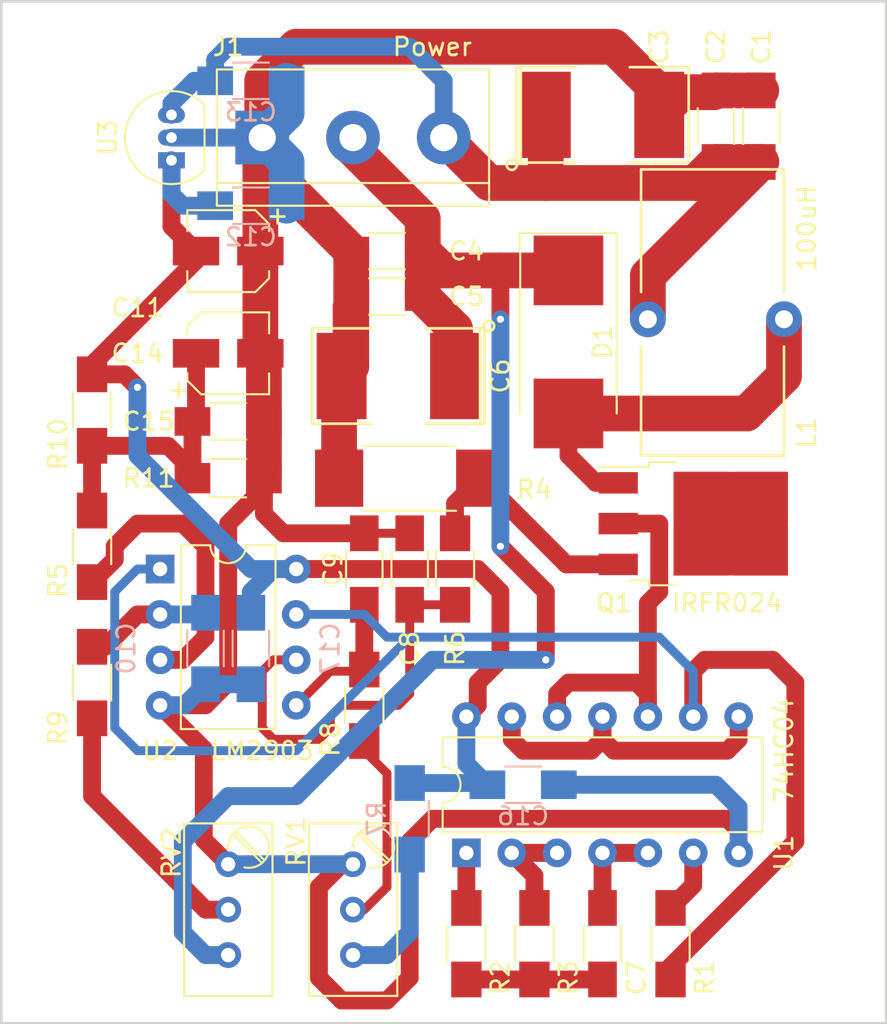
<source format=kicad_pcb>
(kicad_pcb (version 4) (host pcbnew 4.0.7)

  (general
    (links 80)
    (no_connects 1)
    (area 171.374999 38.024999 221.055001 95.325001)
    (thickness 1.6)
    (drawings 4)
    (tracks 235)
    (zones 0)
    (modules 40)
    (nets 23)
  )

  (page A4)
  (layers
    (0 F.Cu signal)
    (31 B.Cu signal)
    (32 B.Adhes user)
    (33 F.Adhes user)
    (34 B.Paste user)
    (35 F.Paste user)
    (36 B.SilkS user)
    (37 F.SilkS user)
    (38 B.Mask user)
    (39 F.Mask user)
    (40 Dwgs.User user)
    (41 Cmts.User user)
    (42 Eco1.User user)
    (43 Eco2.User user)
    (44 Edge.Cuts user)
    (45 Margin user)
    (46 B.CrtYd user)
    (47 F.CrtYd user)
    (48 B.Fab user)
    (49 F.Fab user)
  )

  (setup
    (last_trace_width 1)
    (user_trace_width 0.3)
    (user_trace_width 0.5)
    (user_trace_width 0.8)
    (user_trace_width 1)
    (user_trace_width 2)
    (trace_clearance 0.2)
    (zone_clearance 0.508)
    (zone_45_only no)
    (trace_min 0.2)
    (segment_width 0.2)
    (edge_width 0.15)
    (via_size 0.6)
    (via_drill 0.4)
    (via_min_size 0.4)
    (via_min_drill 0.3)
    (uvia_size 0.3)
    (uvia_drill 0.1)
    (uvias_allowed no)
    (uvia_min_size 0.2)
    (uvia_min_drill 0.1)
    (pcb_text_width 0.3)
    (pcb_text_size 1.5 1.5)
    (mod_edge_width 0.15)
    (mod_text_size 1 1)
    (mod_text_width 0.15)
    (pad_size 1.524 1.524)
    (pad_drill 0.762)
    (pad_to_mask_clearance 0.2)
    (aux_axis_origin 0 0)
    (visible_elements FFFFFF7F)
    (pcbplotparams
      (layerselection 0x00030_80000001)
      (usegerberextensions false)
      (excludeedgelayer true)
      (linewidth 0.100000)
      (plotframeref false)
      (viasonmask false)
      (mode 1)
      (useauxorigin false)
      (hpglpennumber 1)
      (hpglpenspeed 20)
      (hpglpendiameter 15)
      (hpglpenoverlay 2)
      (psnegative false)
      (psa4output false)
      (plotreference true)
      (plotvalue true)
      (plotinvisibletext false)
      (padsonsilk false)
      (subtractmaskfromsilk false)
      (outputformat 1)
      (mirror false)
      (drillshape 1)
      (scaleselection 1)
      (outputdirectory ""))
  )

  (net 0 "")
  (net 1 +6V)
  (net 2 GND)
  (net 3 /+12vOut)
  (net 4 "Net-(C7-Pad1)")
  (net 5 "Net-(C7-Pad2)")
  (net 6 "Net-(C8-Pad2)")
  (net 7 "Net-(C9-Pad1)")
  (net 8 "Net-(C10-Pad1)")
  (net 9 +3V3)
  (net 10 +2V5)
  (net 11 "Net-(D1-Pad2)")
  (net 12 "Net-(Q1-Pad2)")
  (net 13 "Net-(Q1-Pad3)")
  (net 14 "Net-(R1-Pad1)")
  (net 15 "Net-(R1-Pad2)")
  (net 16 "Net-(R2-Pad1)")
  (net 17 "Net-(R3-Pad1)")
  (net 18 "Net-(R5-Pad1)")
  (net 19 "Net-(R7-Pad2)")
  (net 20 "Net-(R8-Pad1)")
  (net 21 "Net-(R9-Pad1)")
  (net 22 "Net-(U1-Pad11)")

  (net_class Default "Это класс цепей по умолчанию."
    (clearance 0.2)
    (trace_width 0.25)
    (via_dia 0.6)
    (via_drill 0.4)
    (uvia_dia 0.3)
    (uvia_drill 0.1)
    (add_net +2V5)
    (add_net +3V3)
    (add_net +6V)
    (add_net /+12vOut)
    (add_net GND)
    (add_net "Net-(C10-Pad1)")
    (add_net "Net-(C7-Pad1)")
    (add_net "Net-(C7-Pad2)")
    (add_net "Net-(C8-Pad2)")
    (add_net "Net-(C9-Pad1)")
    (add_net "Net-(D1-Pad2)")
    (add_net "Net-(Q1-Pad2)")
    (add_net "Net-(Q1-Pad3)")
    (add_net "Net-(R1-Pad1)")
    (add_net "Net-(R1-Pad2)")
    (add_net "Net-(R2-Pad1)")
    (add_net "Net-(R3-Pad1)")
    (add_net "Net-(R5-Pad1)")
    (add_net "Net-(R7-Pad2)")
    (add_net "Net-(R8-Pad1)")
    (add_net "Net-(R9-Pad1)")
    (add_net "Net-(U1-Pad11)")
  )

  (module Mounting_Holes:MountingHole_3.2mm_M3 (layer F.Cu) (tedit 5ACFE180) (tstamp 5ACFE8D0)
    (at 176.53 52.07)
    (descr "Mounting Hole 3.2mm, no annular, M3")
    (tags "mounting hole 3.2mm no annular m3")
    (attr virtual)
    (fp_text reference "" (at 0 -4.2) (layer F.SilkS) hide
      (effects (font (size 1 1) (thickness 0.15)))
    )
    (fp_text value "" (at 0 4.2) (layer F.Fab)
      (effects (font (size 1 1) (thickness 0.15)))
    )
    (fp_text user %R (at 0.3 0) (layer F.Fab)
      (effects (font (size 1 1) (thickness 0.15)))
    )
    (fp_circle (center 0 0) (end 3.2 0) (layer Cmts.User) (width 0.15))
    (fp_circle (center 0 0) (end 3.45 0) (layer F.CrtYd) (width 0.05))
    (pad 1 np_thru_hole circle (at 0 0) (size 3.2 3.2) (drill 3.2) (layers *.Cu *.Mask))
  )

  (module Mounting_Holes:MountingHole_3.2mm_M3 (layer F.Cu) (tedit 5ACFE180) (tstamp 5ACFE8C9)
    (at 176.53 90.17)
    (descr "Mounting Hole 3.2mm, no annular, M3")
    (tags "mounting hole 3.2mm no annular m3")
    (attr virtual)
    (fp_text reference "" (at 0 -4.2) (layer F.SilkS) hide
      (effects (font (size 1 1) (thickness 0.15)))
    )
    (fp_text value "" (at 0 4.2) (layer F.Fab)
      (effects (font (size 1 1) (thickness 0.15)))
    )
    (fp_text user %R (at 0.3 0) (layer F.Fab)
      (effects (font (size 1 1) (thickness 0.15)))
    )
    (fp_circle (center 0 0) (end 3.2 0) (layer Cmts.User) (width 0.15))
    (fp_circle (center 0 0) (end 3.45 0) (layer F.CrtYd) (width 0.05))
    (pad 1 np_thru_hole circle (at 0 0) (size 3.2 3.2) (drill 3.2) (layers *.Cu *.Mask))
  )

  (module Capacitors_SMD:C_1206_HandSoldering (layer F.Cu) (tedit 5ACFED7A) (tstamp 5ACFD937)
    (at 213.995 45.085 90)
    (descr "Capacitor SMD 1206, hand soldering")
    (tags "capacitor 1206")
    (path /5AD05B5F)
    (attr smd)
    (fp_text reference C1 (at 4.445 0 90) (layer F.SilkS)
      (effects (font (size 1 1) (thickness 0.15)))
    )
    (fp_text value 0,1 (at 0 0 90) (layer F.Fab)
      (effects (font (size 1 1) (thickness 0.15)))
    )
    (fp_text user %R (at 4.445 0 90) (layer F.Fab)
      (effects (font (size 1 1) (thickness 0.15)))
    )
    (fp_line (start -1.6 0.8) (end -1.6 -0.8) (layer F.Fab) (width 0.1))
    (fp_line (start 1.6 0.8) (end -1.6 0.8) (layer F.Fab) (width 0.1))
    (fp_line (start 1.6 -0.8) (end 1.6 0.8) (layer F.Fab) (width 0.1))
    (fp_line (start -1.6 -0.8) (end 1.6 -0.8) (layer F.Fab) (width 0.1))
    (fp_line (start 1 -1.02) (end -1 -1.02) (layer F.SilkS) (width 0.12))
    (fp_line (start -1 1.02) (end 1 1.02) (layer F.SilkS) (width 0.12))
    (fp_line (start -3.25 -1.05) (end 3.25 -1.05) (layer F.CrtYd) (width 0.05))
    (fp_line (start -3.25 -1.05) (end -3.25 1.05) (layer F.CrtYd) (width 0.05))
    (fp_line (start 3.25 1.05) (end 3.25 -1.05) (layer F.CrtYd) (width 0.05))
    (fp_line (start 3.25 1.05) (end -3.25 1.05) (layer F.CrtYd) (width 0.05))
    (pad 1 smd rect (at -2 0 90) (size 2 1.6) (layers F.Cu F.Paste F.Mask)
      (net 1 +6V))
    (pad 2 smd rect (at 2 0 90) (size 2 1.6) (layers F.Cu F.Paste F.Mask)
      (net 2 GND))
    (model Capacitors_SMD.3dshapes/C_1206.wrl
      (at (xyz 0 0 0))
      (scale (xyz 1 1 1))
      (rotate (xyz 0 0 0))
    )
  )

  (module Capacitors_SMD:C_1206_HandSoldering (layer F.Cu) (tedit 5ACFED78) (tstamp 5ACFD93D)
    (at 211.455 45.085 90)
    (descr "Capacitor SMD 1206, hand soldering")
    (tags "capacitor 1206")
    (path /5AD009C5)
    (attr smd)
    (fp_text reference C2 (at 4.445 0 90) (layer F.SilkS)
      (effects (font (size 1 1) (thickness 0.15)))
    )
    (fp_text value 1,0 (at 0 0 90) (layer F.Fab)
      (effects (font (size 1 1) (thickness 0.15)))
    )
    (fp_text user %R (at 4.445 0 90) (layer F.Fab)
      (effects (font (size 1 1) (thickness 0.15)))
    )
    (fp_line (start -1.6 0.8) (end -1.6 -0.8) (layer F.Fab) (width 0.1))
    (fp_line (start 1.6 0.8) (end -1.6 0.8) (layer F.Fab) (width 0.1))
    (fp_line (start 1.6 -0.8) (end 1.6 0.8) (layer F.Fab) (width 0.1))
    (fp_line (start -1.6 -0.8) (end 1.6 -0.8) (layer F.Fab) (width 0.1))
    (fp_line (start 1 -1.02) (end -1 -1.02) (layer F.SilkS) (width 0.12))
    (fp_line (start -1 1.02) (end 1 1.02) (layer F.SilkS) (width 0.12))
    (fp_line (start -3.25 -1.05) (end 3.25 -1.05) (layer F.CrtYd) (width 0.05))
    (fp_line (start -3.25 -1.05) (end -3.25 1.05) (layer F.CrtYd) (width 0.05))
    (fp_line (start 3.25 1.05) (end 3.25 -1.05) (layer F.CrtYd) (width 0.05))
    (fp_line (start 3.25 1.05) (end -3.25 1.05) (layer F.CrtYd) (width 0.05))
    (pad 1 smd rect (at -2 0 90) (size 2 1.6) (layers F.Cu F.Paste F.Mask)
      (net 1 +6V))
    (pad 2 smd rect (at 2 0 90) (size 2 1.6) (layers F.Cu F.Paste F.Mask)
      (net 2 GND))
    (model Capacitors_SMD.3dshapes/C_1206.wrl
      (at (xyz 0 0 0))
      (scale (xyz 1 1 1))
      (rotate (xyz 0 0 0))
    )
  )

  (module SMD_Packages:SMD-2112_Pol (layer F.Cu) (tedit 5ACFED7D) (tstamp 5ACFD943)
    (at 205.105 44.45)
    (path /5AD00953)
    (attr smd)
    (fp_text reference C3 (at 3.175 -3.81 90) (layer F.SilkS)
      (effects (font (size 1 1) (thickness 0.15)))
    )
    (fp_text value 47,0 (at 0 0 90) (layer F.Fab)
      (effects (font (size 1 1) (thickness 0.15)))
    )
    (fp_circle (center -5.08 2.794) (end -4.826 2.667) (layer F.SilkS) (width 0.15))
    (fp_line (start -4.572 -2.667) (end -4.572 2.667) (layer F.SilkS) (width 0.15))
    (fp_line (start -4.826 -2.667) (end -4.826 2.667) (layer F.SilkS) (width 0.15))
    (fp_line (start -1.524 2.667) (end -4.826 2.667) (layer F.SilkS) (width 0.15))
    (fp_line (start -1.524 -2.667) (end -4.826 -2.667) (layer F.SilkS) (width 0.15))
    (fp_line (start 1.524 -2.667) (end 4.826 -2.667) (layer F.SilkS) (width 0.15))
    (fp_line (start 4.826 -2.667) (end 4.826 2.667) (layer F.SilkS) (width 0.15))
    (fp_line (start 4.826 2.667) (end 1.524 2.667) (layer F.SilkS) (width 0.15))
    (pad 2 smd rect (at 3.175 0) (size 2.794 4.826) (layers F.Cu F.Paste F.Mask)
      (net 2 GND))
    (pad 1 smd rect (at -3.175 0) (size 2.794 4.826) (layers F.Cu F.Paste F.Mask)
      (net 1 +6V))
    (model SMD_Packages.3dshapes/SMD-2112_Pol.wrl
      (at (xyz 0 0 0))
      (scale (xyz 0.3 0.4 0.4))
      (rotate (xyz 0 0 0))
    )
  )

  (module Capacitors_SMD:C_1206_HandSoldering (layer F.Cu) (tedit 5ACFEDF0) (tstamp 5ACFD949)
    (at 193.04 52.07 180)
    (descr "Capacitor SMD 1206, hand soldering")
    (tags "capacitor 1206")
    (path /586EE9B5)
    (attr smd)
    (fp_text reference C4 (at -4.445 0 180) (layer F.SilkS)
      (effects (font (size 1 1) (thickness 0.15)))
    )
    (fp_text value 0,1 (at 0 0 180) (layer F.Fab)
      (effects (font (size 1 1) (thickness 0.15)))
    )
    (fp_text user %R (at -4.445 0 180) (layer F.Fab)
      (effects (font (size 1 1) (thickness 0.15)))
    )
    (fp_line (start -1.6 0.8) (end -1.6 -0.8) (layer F.Fab) (width 0.1))
    (fp_line (start 1.6 0.8) (end -1.6 0.8) (layer F.Fab) (width 0.1))
    (fp_line (start 1.6 -0.8) (end 1.6 0.8) (layer F.Fab) (width 0.1))
    (fp_line (start -1.6 -0.8) (end 1.6 -0.8) (layer F.Fab) (width 0.1))
    (fp_line (start 1 -1.02) (end -1 -1.02) (layer F.SilkS) (width 0.12))
    (fp_line (start -1 1.02) (end 1 1.02) (layer F.SilkS) (width 0.12))
    (fp_line (start -3.25 -1.05) (end 3.25 -1.05) (layer F.CrtYd) (width 0.05))
    (fp_line (start -3.25 -1.05) (end -3.25 1.05) (layer F.CrtYd) (width 0.05))
    (fp_line (start 3.25 1.05) (end 3.25 -1.05) (layer F.CrtYd) (width 0.05))
    (fp_line (start 3.25 1.05) (end -3.25 1.05) (layer F.CrtYd) (width 0.05))
    (pad 1 smd rect (at -2 0 180) (size 2 1.6) (layers F.Cu F.Paste F.Mask)
      (net 3 /+12vOut))
    (pad 2 smd rect (at 2 0 180) (size 2 1.6) (layers F.Cu F.Paste F.Mask)
      (net 2 GND))
    (model Capacitors_SMD.3dshapes/C_1206.wrl
      (at (xyz 0 0 0))
      (scale (xyz 1 1 1))
      (rotate (xyz 0 0 0))
    )
  )

  (module Capacitors_SMD:C_1206_HandSoldering (layer F.Cu) (tedit 5ACFEDEE) (tstamp 5ACFD94F)
    (at 193.04 54.61 180)
    (descr "Capacitor SMD 1206, hand soldering")
    (tags "capacitor 1206")
    (path /586EEA6A)
    (attr smd)
    (fp_text reference C5 (at -4.445 0 180) (layer F.SilkS)
      (effects (font (size 1 1) (thickness 0.15)))
    )
    (fp_text value 1,0 (at 0 0 180) (layer F.Fab)
      (effects (font (size 1 1) (thickness 0.15)))
    )
    (fp_text user %R (at -4.445 0 180) (layer F.Fab)
      (effects (font (size 1 1) (thickness 0.15)))
    )
    (fp_line (start -1.6 0.8) (end -1.6 -0.8) (layer F.Fab) (width 0.1))
    (fp_line (start 1.6 0.8) (end -1.6 0.8) (layer F.Fab) (width 0.1))
    (fp_line (start 1.6 -0.8) (end 1.6 0.8) (layer F.Fab) (width 0.1))
    (fp_line (start -1.6 -0.8) (end 1.6 -0.8) (layer F.Fab) (width 0.1))
    (fp_line (start 1 -1.02) (end -1 -1.02) (layer F.SilkS) (width 0.12))
    (fp_line (start -1 1.02) (end 1 1.02) (layer F.SilkS) (width 0.12))
    (fp_line (start -3.25 -1.05) (end 3.25 -1.05) (layer F.CrtYd) (width 0.05))
    (fp_line (start -3.25 -1.05) (end -3.25 1.05) (layer F.CrtYd) (width 0.05))
    (fp_line (start 3.25 1.05) (end 3.25 -1.05) (layer F.CrtYd) (width 0.05))
    (fp_line (start 3.25 1.05) (end -3.25 1.05) (layer F.CrtYd) (width 0.05))
    (pad 1 smd rect (at -2 0 180) (size 2 1.6) (layers F.Cu F.Paste F.Mask)
      (net 3 /+12vOut))
    (pad 2 smd rect (at 2 0 180) (size 2 1.6) (layers F.Cu F.Paste F.Mask)
      (net 2 GND))
    (model Capacitors_SMD.3dshapes/C_1206.wrl
      (at (xyz 0 0 0))
      (scale (xyz 1 1 1))
      (rotate (xyz 0 0 0))
    )
  )

  (module SMD_Packages:SMD-2112_Pol (layer F.Cu) (tedit 5ACFEE10) (tstamp 5ACFD955)
    (at 193.675 59.055 180)
    (path /586EEAC9)
    (attr smd)
    (fp_text reference C6 (at -5.715 0 270) (layer F.SilkS)
      (effects (font (size 1 1) (thickness 0.15)))
    )
    (fp_text value 47,0 (at 0 0 270) (layer F.Fab)
      (effects (font (size 1 1) (thickness 0.15)))
    )
    (fp_circle (center -5.08 2.794) (end -4.826 2.667) (layer F.SilkS) (width 0.15))
    (fp_line (start -4.572 -2.667) (end -4.572 2.667) (layer F.SilkS) (width 0.15))
    (fp_line (start -4.826 -2.667) (end -4.826 2.667) (layer F.SilkS) (width 0.15))
    (fp_line (start -1.524 2.667) (end -4.826 2.667) (layer F.SilkS) (width 0.15))
    (fp_line (start -1.524 -2.667) (end -4.826 -2.667) (layer F.SilkS) (width 0.15))
    (fp_line (start 1.524 -2.667) (end 4.826 -2.667) (layer F.SilkS) (width 0.15))
    (fp_line (start 4.826 -2.667) (end 4.826 2.667) (layer F.SilkS) (width 0.15))
    (fp_line (start 4.826 2.667) (end 1.524 2.667) (layer F.SilkS) (width 0.15))
    (pad 2 smd rect (at 3.175 0 180) (size 2.794 4.826) (layers F.Cu F.Paste F.Mask)
      (net 2 GND))
    (pad 1 smd rect (at -3.175 0 180) (size 2.794 4.826) (layers F.Cu F.Paste F.Mask)
      (net 3 /+12vOut))
    (model SMD_Packages.3dshapes/SMD-2112_Pol.wrl
      (at (xyz 0 0 0))
      (scale (xyz 0.3 0.4 0.4))
      (rotate (xyz 0 0 0))
    )
  )

  (module Capacitors_SMD:C_1206_HandSoldering (layer F.Cu) (tedit 5ACFF07B) (tstamp 5ACFD95B)
    (at 205.105 90.805 270)
    (descr "Capacitor SMD 1206, hand soldering")
    (tags "capacitor 1206")
    (path /586EDD4F)
    (attr smd)
    (fp_text reference C7 (at 1.905 -1.905 270) (layer F.SilkS)
      (effects (font (size 1 1) (thickness 0.15)))
    )
    (fp_text value 1n (at -2.54 -1.905 270) (layer F.Fab)
      (effects (font (size 1 1) (thickness 0.15)))
    )
    (fp_text user %R (at 1.905 -1.905 270) (layer F.Fab)
      (effects (font (size 1 1) (thickness 0.15)))
    )
    (fp_line (start -1.6 0.8) (end -1.6 -0.8) (layer F.Fab) (width 0.1))
    (fp_line (start 1.6 0.8) (end -1.6 0.8) (layer F.Fab) (width 0.1))
    (fp_line (start 1.6 -0.8) (end 1.6 0.8) (layer F.Fab) (width 0.1))
    (fp_line (start -1.6 -0.8) (end 1.6 -0.8) (layer F.Fab) (width 0.1))
    (fp_line (start 1 -1.02) (end -1 -1.02) (layer F.SilkS) (width 0.12))
    (fp_line (start -1 1.02) (end 1 1.02) (layer F.SilkS) (width 0.12))
    (fp_line (start -3.25 -1.05) (end 3.25 -1.05) (layer F.CrtYd) (width 0.05))
    (fp_line (start -3.25 -1.05) (end -3.25 1.05) (layer F.CrtYd) (width 0.05))
    (fp_line (start 3.25 1.05) (end 3.25 -1.05) (layer F.CrtYd) (width 0.05))
    (fp_line (start 3.25 1.05) (end -3.25 1.05) (layer F.CrtYd) (width 0.05))
    (pad 1 smd rect (at -2 0 270) (size 2 1.6) (layers F.Cu F.Paste F.Mask)
      (net 4 "Net-(C7-Pad1)"))
    (pad 2 smd rect (at 2 0 270) (size 2 1.6) (layers F.Cu F.Paste F.Mask)
      (net 5 "Net-(C7-Pad2)"))
    (model Capacitors_SMD.3dshapes/C_1206.wrl
      (at (xyz 0 0 0))
      (scale (xyz 1 1 1))
      (rotate (xyz 0 0 0))
    )
  )

  (module Capacitors_SMD:C_1206_HandSoldering (layer F.Cu) (tedit 5ACFEE59) (tstamp 5ACFD961)
    (at 194.31 69.85 270)
    (descr "Capacitor SMD 1206, hand soldering")
    (tags "capacitor 1206")
    (path /5AD031FA)
    (attr smd)
    (fp_text reference C8 (at 4.445 0 270) (layer F.SilkS)
      (effects (font (size 1 1) (thickness 0.15)))
    )
    (fp_text value 0,1 (at 0 0 270) (layer F.Fab)
      (effects (font (size 1 1) (thickness 0.15)))
    )
    (fp_text user %R (at 4.445 0 270) (layer F.Fab)
      (effects (font (size 1 1) (thickness 0.15)))
    )
    (fp_line (start -1.6 0.8) (end -1.6 -0.8) (layer F.Fab) (width 0.1))
    (fp_line (start 1.6 0.8) (end -1.6 0.8) (layer F.Fab) (width 0.1))
    (fp_line (start 1.6 -0.8) (end 1.6 0.8) (layer F.Fab) (width 0.1))
    (fp_line (start -1.6 -0.8) (end 1.6 -0.8) (layer F.Fab) (width 0.1))
    (fp_line (start 1 -1.02) (end -1 -1.02) (layer F.SilkS) (width 0.12))
    (fp_line (start -1 1.02) (end 1 1.02) (layer F.SilkS) (width 0.12))
    (fp_line (start -3.25 -1.05) (end 3.25 -1.05) (layer F.CrtYd) (width 0.05))
    (fp_line (start -3.25 -1.05) (end -3.25 1.05) (layer F.CrtYd) (width 0.05))
    (fp_line (start 3.25 1.05) (end 3.25 -1.05) (layer F.CrtYd) (width 0.05))
    (fp_line (start 3.25 1.05) (end -3.25 1.05) (layer F.CrtYd) (width 0.05))
    (pad 1 smd rect (at -2 0 270) (size 2 1.6) (layers F.Cu F.Paste F.Mask)
      (net 2 GND))
    (pad 2 smd rect (at 2 0 270) (size 2 1.6) (layers F.Cu F.Paste F.Mask)
      (net 6 "Net-(C8-Pad2)"))
    (model Capacitors_SMD.3dshapes/C_1206.wrl
      (at (xyz 0 0 0))
      (scale (xyz 1 1 1))
      (rotate (xyz 0 0 0))
    )
  )

  (module Capacitors_SMD:C_1206_HandSoldering (layer F.Cu) (tedit 5ACFEE55) (tstamp 5ACFD967)
    (at 191.77 69.85 90)
    (descr "Capacitor SMD 1206, hand soldering")
    (tags "capacitor 1206")
    (path /5AD02C21)
    (attr smd)
    (fp_text reference C9 (at 0 -1.75 90) (layer F.SilkS)
      (effects (font (size 1 1) (thickness 0.15)))
    )
    (fp_text value 0,1 (at 0 0 90) (layer F.Fab)
      (effects (font (size 1 1) (thickness 0.15)))
    )
    (fp_text user %R (at 0 -1.75 90) (layer F.Fab)
      (effects (font (size 1 1) (thickness 0.15)))
    )
    (fp_line (start -1.6 0.8) (end -1.6 -0.8) (layer F.Fab) (width 0.1))
    (fp_line (start 1.6 0.8) (end -1.6 0.8) (layer F.Fab) (width 0.1))
    (fp_line (start 1.6 -0.8) (end 1.6 0.8) (layer F.Fab) (width 0.1))
    (fp_line (start -1.6 -0.8) (end 1.6 -0.8) (layer F.Fab) (width 0.1))
    (fp_line (start 1 -1.02) (end -1 -1.02) (layer F.SilkS) (width 0.12))
    (fp_line (start -1 1.02) (end 1 1.02) (layer F.SilkS) (width 0.12))
    (fp_line (start -3.25 -1.05) (end 3.25 -1.05) (layer F.CrtYd) (width 0.05))
    (fp_line (start -3.25 -1.05) (end -3.25 1.05) (layer F.CrtYd) (width 0.05))
    (fp_line (start 3.25 1.05) (end 3.25 -1.05) (layer F.CrtYd) (width 0.05))
    (fp_line (start 3.25 1.05) (end -3.25 1.05) (layer F.CrtYd) (width 0.05))
    (pad 1 smd rect (at -2 0 90) (size 2 1.6) (layers F.Cu F.Paste F.Mask)
      (net 7 "Net-(C9-Pad1)"))
    (pad 2 smd rect (at 2 0 90) (size 2 1.6) (layers F.Cu F.Paste F.Mask)
      (net 2 GND))
    (model Capacitors_SMD.3dshapes/C_1206.wrl
      (at (xyz 0 0 0))
      (scale (xyz 1 1 1))
      (rotate (xyz 0 0 0))
    )
  )

  (module Capacitors_SMD:C_1206_HandSoldering (layer B.Cu) (tedit 5ACFF031) (tstamp 5ACFD96D)
    (at 182.88 74.295 270)
    (descr "Capacitor SMD 1206, hand soldering")
    (tags "capacitor 1206")
    (path /586EE399)
    (attr smd)
    (fp_text reference C10 (at 0 4.445 270) (layer B.SilkS)
      (effects (font (size 1 1) (thickness 0.15)) (justify mirror))
    )
    (fp_text value 4700 (at 0 0 270) (layer B.Fab)
      (effects (font (size 1 1) (thickness 0.15)) (justify mirror))
    )
    (fp_text user %R (at 0 4.445 270) (layer B.Fab)
      (effects (font (size 1 1) (thickness 0.15)) (justify mirror))
    )
    (fp_line (start -1.6 -0.8) (end -1.6 0.8) (layer B.Fab) (width 0.1))
    (fp_line (start 1.6 -0.8) (end -1.6 -0.8) (layer B.Fab) (width 0.1))
    (fp_line (start 1.6 0.8) (end 1.6 -0.8) (layer B.Fab) (width 0.1))
    (fp_line (start -1.6 0.8) (end 1.6 0.8) (layer B.Fab) (width 0.1))
    (fp_line (start 1 1.02) (end -1 1.02) (layer B.SilkS) (width 0.12))
    (fp_line (start -1 -1.02) (end 1 -1.02) (layer B.SilkS) (width 0.12))
    (fp_line (start -3.25 1.05) (end 3.25 1.05) (layer B.CrtYd) (width 0.05))
    (fp_line (start -3.25 1.05) (end -3.25 -1.05) (layer B.CrtYd) (width 0.05))
    (fp_line (start 3.25 -1.05) (end 3.25 1.05) (layer B.CrtYd) (width 0.05))
    (fp_line (start 3.25 -1.05) (end -3.25 -1.05) (layer B.CrtYd) (width 0.05))
    (pad 1 smd rect (at -2 0 270) (size 2 1.6) (layers B.Cu B.Paste B.Mask)
      (net 8 "Net-(C10-Pad1)"))
    (pad 2 smd rect (at 2 0 270) (size 2 1.6) (layers B.Cu B.Paste B.Mask)
      (net 2 GND))
    (model Capacitors_SMD.3dshapes/C_1206.wrl
      (at (xyz 0 0 0))
      (scale (xyz 1 1 1))
      (rotate (xyz 0 0 0))
    )
  )

  (module Capacitors_SMD:CP_Elec_4x5.3 (layer F.Cu) (tedit 5ACFEF51) (tstamp 5ACFD973)
    (at 184.15 52.07 180)
    (descr "SMT capacitor, aluminium electrolytic, 4x5.3")
    (path /5AD041BD)
    (attr smd)
    (fp_text reference C11 (at 5.08 -3.175 180) (layer F.SilkS)
      (effects (font (size 1 1) (thickness 0.15)))
    )
    (fp_text value 10,0 (at 0 -6.985 180) (layer F.Fab)
      (effects (font (size 1 1) (thickness 0.15)))
    )
    (fp_circle (center 0 0) (end 0 2.1) (layer F.Fab) (width 0.1))
    (fp_text user + (at -1.21 -0.08 180) (layer F.Fab)
      (effects (font (size 1 1) (thickness 0.15)))
    )
    (fp_text user + (at -2.77 2.01 180) (layer F.SilkS)
      (effects (font (size 1 1) (thickness 0.15)))
    )
    (fp_text user %R (at 5.08 -3.175 180) (layer F.Fab)
      (effects (font (size 1 1) (thickness 0.15)))
    )
    (fp_line (start 2.13 2.13) (end 2.13 -2.13) (layer F.Fab) (width 0.1))
    (fp_line (start -1.46 2.13) (end 2.13 2.13) (layer F.Fab) (width 0.1))
    (fp_line (start -2.13 1.46) (end -1.46 2.13) (layer F.Fab) (width 0.1))
    (fp_line (start -2.13 -1.46) (end -2.13 1.46) (layer F.Fab) (width 0.1))
    (fp_line (start -1.46 -2.13) (end -2.13 -1.46) (layer F.Fab) (width 0.1))
    (fp_line (start 2.13 -2.13) (end -1.46 -2.13) (layer F.Fab) (width 0.1))
    (fp_line (start -2.29 -1.52) (end -2.29 -1.12) (layer F.SilkS) (width 0.12))
    (fp_line (start 2.29 -2.29) (end 2.29 -1.12) (layer F.SilkS) (width 0.12))
    (fp_line (start 2.29 2.29) (end 2.29 1.12) (layer F.SilkS) (width 0.12))
    (fp_line (start -2.29 1.52) (end -2.29 1.12) (layer F.SilkS) (width 0.12))
    (fp_line (start -1.52 2.29) (end 2.29 2.29) (layer F.SilkS) (width 0.12))
    (fp_line (start -1.52 2.29) (end -2.29 1.52) (layer F.SilkS) (width 0.12))
    (fp_line (start -1.52 -2.29) (end 2.29 -2.29) (layer F.SilkS) (width 0.12))
    (fp_line (start -1.52 -2.29) (end -2.29 -1.52) (layer F.SilkS) (width 0.12))
    (fp_line (start -3.35 -2.39) (end 3.35 -2.39) (layer F.CrtYd) (width 0.05))
    (fp_line (start -3.35 -2.39) (end -3.35 2.38) (layer F.CrtYd) (width 0.05))
    (fp_line (start 3.35 2.38) (end 3.35 -2.39) (layer F.CrtYd) (width 0.05))
    (fp_line (start 3.35 2.38) (end -3.35 2.38) (layer F.CrtYd) (width 0.05))
    (pad 1 smd rect (at -1.8 0) (size 2.6 1.6) (layers F.Cu F.Paste F.Mask)
      (net 2 GND))
    (pad 2 smd rect (at 1.8 0) (size 2.6 1.6) (layers F.Cu F.Paste F.Mask)
      (net 9 +3V3))
    (model Capacitors_SMD.3dshapes/CP_Elec_4x5.3.wrl
      (at (xyz 0 0 0))
      (scale (xyz 1 1 1))
      (rotate (xyz 0 0 180))
    )
  )

  (module Capacitors_SMD:C_1206_HandSoldering (layer B.Cu) (tedit 5ACFF051) (tstamp 5ACFD979)
    (at 185.42 49.53)
    (descr "Capacitor SMD 1206, hand soldering")
    (tags "capacitor 1206")
    (path /5AD01F7E)
    (attr smd)
    (fp_text reference C12 (at 0 1.75) (layer B.SilkS)
      (effects (font (size 1 1) (thickness 0.15)) (justify mirror))
    )
    (fp_text value 0,33 (at 0 0) (layer B.Fab)
      (effects (font (size 1 1) (thickness 0.15)) (justify mirror))
    )
    (fp_text user %R (at 0 1.75) (layer B.Fab)
      (effects (font (size 1 1) (thickness 0.15)) (justify mirror))
    )
    (fp_line (start -1.6 -0.8) (end -1.6 0.8) (layer B.Fab) (width 0.1))
    (fp_line (start 1.6 -0.8) (end -1.6 -0.8) (layer B.Fab) (width 0.1))
    (fp_line (start 1.6 0.8) (end 1.6 -0.8) (layer B.Fab) (width 0.1))
    (fp_line (start -1.6 0.8) (end 1.6 0.8) (layer B.Fab) (width 0.1))
    (fp_line (start 1 1.02) (end -1 1.02) (layer B.SilkS) (width 0.12))
    (fp_line (start -1 -1.02) (end 1 -1.02) (layer B.SilkS) (width 0.12))
    (fp_line (start -3.25 1.05) (end 3.25 1.05) (layer B.CrtYd) (width 0.05))
    (fp_line (start -3.25 1.05) (end -3.25 -1.05) (layer B.CrtYd) (width 0.05))
    (fp_line (start 3.25 -1.05) (end 3.25 1.05) (layer B.CrtYd) (width 0.05))
    (fp_line (start 3.25 -1.05) (end -3.25 -1.05) (layer B.CrtYd) (width 0.05))
    (pad 1 smd rect (at -2 0) (size 2 1.6) (layers B.Cu B.Paste B.Mask)
      (net 9 +3V3))
    (pad 2 smd rect (at 2 0) (size 2 1.6) (layers B.Cu B.Paste B.Mask)
      (net 2 GND))
    (model Capacitors_SMD.3dshapes/C_1206.wrl
      (at (xyz 0 0 0))
      (scale (xyz 1 1 1))
      (rotate (xyz 0 0 0))
    )
  )

  (module Capacitors_SMD:C_1206_HandSoldering (layer B.Cu) (tedit 5ACFF055) (tstamp 5ACFD97F)
    (at 185.42 42.545)
    (descr "Capacitor SMD 1206, hand soldering")
    (tags "capacitor 1206")
    (path /5AD0607E)
    (attr smd)
    (fp_text reference C13 (at 0 1.75) (layer B.SilkS)
      (effects (font (size 1 1) (thickness 0.15)) (justify mirror))
    )
    (fp_text value 0,33 (at 0 0) (layer B.Fab)
      (effects (font (size 1 1) (thickness 0.15)) (justify mirror))
    )
    (fp_text user %R (at 0 1.75) (layer B.Fab)
      (effects (font (size 1 1) (thickness 0.15)) (justify mirror))
    )
    (fp_line (start -1.6 -0.8) (end -1.6 0.8) (layer B.Fab) (width 0.1))
    (fp_line (start 1.6 -0.8) (end -1.6 -0.8) (layer B.Fab) (width 0.1))
    (fp_line (start 1.6 0.8) (end 1.6 -0.8) (layer B.Fab) (width 0.1))
    (fp_line (start -1.6 0.8) (end 1.6 0.8) (layer B.Fab) (width 0.1))
    (fp_line (start 1 1.02) (end -1 1.02) (layer B.SilkS) (width 0.12))
    (fp_line (start -1 -1.02) (end 1 -1.02) (layer B.SilkS) (width 0.12))
    (fp_line (start -3.25 1.05) (end 3.25 1.05) (layer B.CrtYd) (width 0.05))
    (fp_line (start -3.25 1.05) (end -3.25 -1.05) (layer B.CrtYd) (width 0.05))
    (fp_line (start 3.25 -1.05) (end 3.25 1.05) (layer B.CrtYd) (width 0.05))
    (fp_line (start 3.25 -1.05) (end -3.25 -1.05) (layer B.CrtYd) (width 0.05))
    (pad 1 smd rect (at -2 0) (size 2 1.6) (layers B.Cu B.Paste B.Mask)
      (net 1 +6V))
    (pad 2 smd rect (at 2 0) (size 2 1.6) (layers B.Cu B.Paste B.Mask)
      (net 2 GND))
    (model Capacitors_SMD.3dshapes/C_1206.wrl
      (at (xyz 0 0 0))
      (scale (xyz 1 1 1))
      (rotate (xyz 0 0 0))
    )
  )

  (module Capacitors_SMD:C_1206_HandSoldering (layer F.Cu) (tedit 5ACFEF2E) (tstamp 5ACFD985)
    (at 184.15 61.595)
    (descr "Capacitor SMD 1206, hand soldering")
    (tags "capacitor 1206")
    (path /586EE0BF)
    (attr smd)
    (fp_text reference C14 (at -5.08 -3.81) (layer F.SilkS)
      (effects (font (size 1 1) (thickness 0.15)))
    )
    (fp_text value 0,1 (at 0 0) (layer F.Fab)
      (effects (font (size 1 1) (thickness 0.15)))
    )
    (fp_text user %R (at -5.08 -3.81) (layer F.Fab)
      (effects (font (size 1 1) (thickness 0.15)))
    )
    (fp_line (start -1.6 0.8) (end -1.6 -0.8) (layer F.Fab) (width 0.1))
    (fp_line (start 1.6 0.8) (end -1.6 0.8) (layer F.Fab) (width 0.1))
    (fp_line (start 1.6 -0.8) (end 1.6 0.8) (layer F.Fab) (width 0.1))
    (fp_line (start -1.6 -0.8) (end 1.6 -0.8) (layer F.Fab) (width 0.1))
    (fp_line (start 1 -1.02) (end -1 -1.02) (layer F.SilkS) (width 0.12))
    (fp_line (start -1 1.02) (end 1 1.02) (layer F.SilkS) (width 0.12))
    (fp_line (start -3.25 -1.05) (end 3.25 -1.05) (layer F.CrtYd) (width 0.05))
    (fp_line (start -3.25 -1.05) (end -3.25 1.05) (layer F.CrtYd) (width 0.05))
    (fp_line (start 3.25 1.05) (end 3.25 -1.05) (layer F.CrtYd) (width 0.05))
    (fp_line (start 3.25 1.05) (end -3.25 1.05) (layer F.CrtYd) (width 0.05))
    (pad 1 smd rect (at -2 0) (size 2 1.6) (layers F.Cu F.Paste F.Mask)
      (net 10 +2V5))
    (pad 2 smd rect (at 2 0) (size 2 1.6) (layers F.Cu F.Paste F.Mask)
      (net 2 GND))
    (model Capacitors_SMD.3dshapes/C_1206.wrl
      (at (xyz 0 0 0))
      (scale (xyz 1 1 1))
      (rotate (xyz 0 0 0))
    )
  )

  (module Capacitors_SMD:CP_Elec_4x5.3 (layer F.Cu) (tedit 5ACFEF38) (tstamp 5ACFD98B)
    (at 184.15 57.785)
    (descr "SMT capacitor, aluminium electrolytic, 4x5.3")
    (path /5AD01E76)
    (attr smd)
    (fp_text reference C15 (at -4.445 3.81) (layer F.SilkS)
      (effects (font (size 1 1) (thickness 0.15)))
    )
    (fp_text value 10,0 (at 0 -4.445) (layer F.Fab)
      (effects (font (size 1 1) (thickness 0.15)))
    )
    (fp_circle (center 0 0) (end 0 2.1) (layer F.Fab) (width 0.1))
    (fp_text user + (at -1.21 -0.08) (layer F.Fab)
      (effects (font (size 1 1) (thickness 0.15)))
    )
    (fp_text user + (at -2.77 2.01) (layer F.SilkS)
      (effects (font (size 1 1) (thickness 0.15)))
    )
    (fp_text user %R (at -4.445 3.81) (layer F.Fab)
      (effects (font (size 1 1) (thickness 0.15)))
    )
    (fp_line (start 2.13 2.13) (end 2.13 -2.13) (layer F.Fab) (width 0.1))
    (fp_line (start -1.46 2.13) (end 2.13 2.13) (layer F.Fab) (width 0.1))
    (fp_line (start -2.13 1.46) (end -1.46 2.13) (layer F.Fab) (width 0.1))
    (fp_line (start -2.13 -1.46) (end -2.13 1.46) (layer F.Fab) (width 0.1))
    (fp_line (start -1.46 -2.13) (end -2.13 -1.46) (layer F.Fab) (width 0.1))
    (fp_line (start 2.13 -2.13) (end -1.46 -2.13) (layer F.Fab) (width 0.1))
    (fp_line (start -2.29 -1.52) (end -2.29 -1.12) (layer F.SilkS) (width 0.12))
    (fp_line (start 2.29 -2.29) (end 2.29 -1.12) (layer F.SilkS) (width 0.12))
    (fp_line (start 2.29 2.29) (end 2.29 1.12) (layer F.SilkS) (width 0.12))
    (fp_line (start -2.29 1.52) (end -2.29 1.12) (layer F.SilkS) (width 0.12))
    (fp_line (start -1.52 2.29) (end 2.29 2.29) (layer F.SilkS) (width 0.12))
    (fp_line (start -1.52 2.29) (end -2.29 1.52) (layer F.SilkS) (width 0.12))
    (fp_line (start -1.52 -2.29) (end 2.29 -2.29) (layer F.SilkS) (width 0.12))
    (fp_line (start -1.52 -2.29) (end -2.29 -1.52) (layer F.SilkS) (width 0.12))
    (fp_line (start -3.35 -2.39) (end 3.35 -2.39) (layer F.CrtYd) (width 0.05))
    (fp_line (start -3.35 -2.39) (end -3.35 2.38) (layer F.CrtYd) (width 0.05))
    (fp_line (start 3.35 2.38) (end 3.35 -2.39) (layer F.CrtYd) (width 0.05))
    (fp_line (start 3.35 2.38) (end -3.35 2.38) (layer F.CrtYd) (width 0.05))
    (pad 1 smd rect (at -1.8 0 180) (size 2.6 1.6) (layers F.Cu F.Paste F.Mask)
      (net 10 +2V5))
    (pad 2 smd rect (at 1.8 0 180) (size 2.6 1.6) (layers F.Cu F.Paste F.Mask)
      (net 2 GND))
    (model Capacitors_SMD.3dshapes/CP_Elec_4x5.3.wrl
      (at (xyz 0 0 0))
      (scale (xyz 1 1 1))
      (rotate (xyz 0 0 180))
    )
  )

  (module Diodes_SMD:D_3220 (layer F.Cu) (tedit 5ACFEE03) (tstamp 5ACFD991)
    (at 203.2 57.15 270)
    (descr "Diode SMD 3220, reflow soldering http://datasheets.avx.com/schottky.pdf")
    (tags "Diode 3220")
    (path /586EE7DF)
    (attr smd)
    (fp_text reference D1 (at 0 -1.905 270) (layer F.SilkS)
      (effects (font (size 1 1) (thickness 0.15)))
    )
    (fp_text value SB360 (at 0 1.905 270) (layer F.Fab)
      (effects (font (size 1 1) (thickness 0.15)))
    )
    (fp_text user %R (at 0 -1.905 270) (layer F.Fab)
      (effects (font (size 1 1) (thickness 0.15)))
    )
    (fp_line (start -6.1 2.7) (end -6.1 -2.7) (layer F.SilkS) (width 0.12))
    (fp_line (start 4 2.5) (end -4 2.5) (layer F.Fab) (width 0.1))
    (fp_line (start -4 2.5) (end -4 -2.5) (layer F.Fab) (width 0.1))
    (fp_line (start 4 -2.5) (end 4 2.5) (layer F.Fab) (width 0.1))
    (fp_line (start 4 -2.5) (end -4 -2.5) (layer F.Fab) (width 0.1))
    (fp_line (start -6.25 -2.85) (end 6.25 -2.85) (layer F.CrtYd) (width 0.05))
    (fp_line (start -6.25 2.85) (end -6.25 -2.85) (layer F.CrtYd) (width 0.05))
    (fp_line (start -0.64944 0.00102) (end -1.55114 0.00102) (layer F.Fab) (width 0.1))
    (fp_line (start 0.50118 0.00102) (end 1.4994 0.00102) (layer F.Fab) (width 0.1))
    (fp_line (start -0.64944 -0.79908) (end -0.64944 0.80112) (layer F.Fab) (width 0.1))
    (fp_line (start 0.50118 0.75032) (end 0.50118 -0.79908) (layer F.Fab) (width 0.1))
    (fp_line (start -0.64944 0.00102) (end 0.50118 0.75032) (layer F.Fab) (width 0.1))
    (fp_line (start -0.64944 0.00102) (end 0.50118 -0.79908) (layer F.Fab) (width 0.1))
    (fp_line (start -6.1 2.7) (end 4 2.7) (layer F.SilkS) (width 0.12))
    (fp_line (start -6.1 -2.7) (end 4 -2.7) (layer F.SilkS) (width 0.12))
    (fp_line (start 6.25 2.85) (end 6.25 -2.85) (layer F.CrtYd) (width 0.05))
    (fp_line (start -6.25 2.85) (end 6.25 2.85) (layer F.CrtYd) (width 0.05))
    (pad 1 smd rect (at -4 0) (size 3.9 3.9) (layers F.Cu F.Paste F.Mask)
      (net 3 /+12vOut))
    (pad 2 smd rect (at 4 0) (size 3.9 3.9) (layers F.Cu F.Paste F.Mask)
      (net 11 "Net-(D1-Pad2)"))
    (model ${KISYS3DMOD}/Diodes_SMD.3dshapes/D_3220.wrl
      (at (xyz 0 0 0))
      (scale (xyz 1 1 1))
      (rotate (xyz 0 0 0))
    )
  )

  (module Connectors_Terminal_Blocks:TerminalBlock_bornier-3_P5.08mm (layer F.Cu) (tedit 5ACFEDC7) (tstamp 5ACFD998)
    (at 186.055 45.72)
    (descr "simple 3-pin terminal block, pitch 5.08mm, revamped version of bornier3")
    (tags "terminal block bornier3")
    (path /586EE892)
    (fp_text reference J1 (at -1.905 -5.08) (layer F.SilkS)
      (effects (font (size 1 1) (thickness 0.15)))
    )
    (fp_text value Power (at 9.525 -5.08) (layer F.SilkS)
      (effects (font (size 1 1) (thickness 0.15)))
    )
    (fp_text user %R (at -1.905 -5.08) (layer F.Fab)
      (effects (font (size 1 1) (thickness 0.15)))
    )
    (fp_line (start -2.47 2.55) (end 12.63 2.55) (layer F.Fab) (width 0.1))
    (fp_line (start -2.47 -3.75) (end 12.63 -3.75) (layer F.Fab) (width 0.1))
    (fp_line (start 12.63 -3.75) (end 12.63 3.75) (layer F.Fab) (width 0.1))
    (fp_line (start 12.63 3.75) (end -2.47 3.75) (layer F.Fab) (width 0.1))
    (fp_line (start -2.47 3.75) (end -2.47 -3.75) (layer F.Fab) (width 0.1))
    (fp_line (start -2.54 3.81) (end -2.54 -3.81) (layer F.SilkS) (width 0.12))
    (fp_line (start 12.7 3.81) (end 12.7 -3.81) (layer F.SilkS) (width 0.12))
    (fp_line (start -2.54 2.54) (end 12.7 2.54) (layer F.SilkS) (width 0.12))
    (fp_line (start -2.54 -3.81) (end 12.7 -3.81) (layer F.SilkS) (width 0.12))
    (fp_line (start -2.54 3.81) (end 12.7 3.81) (layer F.SilkS) (width 0.12))
    (fp_line (start -2.72 -4) (end 12.88 -4) (layer F.CrtYd) (width 0.05))
    (fp_line (start -2.72 -4) (end -2.72 4) (layer F.CrtYd) (width 0.05))
    (fp_line (start 12.88 4) (end 12.88 -4) (layer F.CrtYd) (width 0.05))
    (fp_line (start 12.88 4) (end -2.72 4) (layer F.CrtYd) (width 0.05))
    (pad 1 thru_hole rect (at 0 0) (size 3 3) (drill 1.52) (layers *.Cu *.Mask)
      (net 2 GND))
    (pad 2 thru_hole circle (at 5.08 0) (size 3 3) (drill 1.52) (layers *.Cu *.Mask)
      (net 3 /+12vOut))
    (pad 3 thru_hole circle (at 10.16 0) (size 3 3) (drill 1.52) (layers *.Cu *.Mask)
      (net 1 +6V))
    (model ${KISYS3DMOD}/Terminal_Blocks.3dshapes/TerminalBlock_bornier-3_P5.08mm.wrl
      (at (xyz 0.2 0 0))
      (scale (xyz 1 1 1))
      (rotate (xyz 0 0 0))
    )
  )

  (module Choke_Toroid_ThroughHole:Choke_Toroid_8x16mm_Vertical (layer F.Cu) (tedit 5ACFED3C) (tstamp 5ACFD99E)
    (at 215.265 63.5 90)
    (descr "Toroid, Coil, Choke,  6,5mm x 13mm, Vertical, Inductor, Drossel, Thruhole,")
    (tags "Toroid, Coil, Choke,  6,5mm x 13mm, Vertical, Inductor, Drossel, Thruhole,")
    (path /586EE6E3)
    (fp_text reference L1 (at 1.27 1.27 90) (layer F.SilkS)
      (effects (font (size 1 1) (thickness 0.15)))
    )
    (fp_text value 100uH (at 12.7 1.27 90) (layer F.SilkS)
      (effects (font (size 1 1) (thickness 0.15)))
    )
    (fp_line (start 16.002 0) (end 9.144 0) (layer F.SilkS) (width 0.15))
    (fp_line (start 0 0) (end 6.096 0) (layer F.SilkS) (width 0.15))
    (fp_line (start 6.096 -8.001) (end 0 -8.001) (layer F.SilkS) (width 0.15))
    (fp_line (start 16.002 -8.001) (end 9.144 -8.001) (layer F.SilkS) (width 0.15))
    (fp_line (start 16.002 0) (end 16.002 -8.001) (layer F.SilkS) (width 0.15))
    (fp_line (start 0 -8.001) (end 0 0) (layer F.SilkS) (width 0.15))
    (pad 1 thru_hole circle (at 7.62 0 90) (size 1.99898 1.99898) (drill 1.00076) (layers *.Cu *.Mask)
      (net 11 "Net-(D1-Pad2)"))
    (pad 2 thru_hole circle (at 7.62 -7.62 90) (size 1.99898 1.99898) (drill 1.00076) (layers *.Cu *.Mask)
      (net 1 +6V))
  )

  (module TO_SOT_Packages_SMD:TO-252-3_TabPin2 (layer F.Cu) (tedit 5ACFEE1F) (tstamp 5ACFD9AA)
    (at 210.185 67.31)
    (descr "TO-252 / DPAK SMD package, http://www.infineon.com/cms/en/product/packages/PG-TO252/PG-TO252-3-1/")
    (tags "DPAK TO-252 DPAK-3 TO-252-3 SOT-428")
    (path /586EE556)
    (attr smd)
    (fp_text reference Q1 (at -4.445 4.445) (layer F.SilkS)
      (effects (font (size 1 1) (thickness 0.15)))
    )
    (fp_text value IRFR024 (at 1.905 4.445) (layer F.SilkS)
      (effects (font (size 1 1) (thickness 0.15)))
    )
    (fp_line (start 3.95 -2.7) (end 4.95 -2.7) (layer F.Fab) (width 0.1))
    (fp_line (start 4.95 -2.7) (end 4.95 2.7) (layer F.Fab) (width 0.1))
    (fp_line (start 4.95 2.7) (end 3.95 2.7) (layer F.Fab) (width 0.1))
    (fp_line (start 3.95 -3.25) (end 3.95 3.25) (layer F.Fab) (width 0.1))
    (fp_line (start 3.95 3.25) (end -2.27 3.25) (layer F.Fab) (width 0.1))
    (fp_line (start -2.27 3.25) (end -2.27 -2.25) (layer F.Fab) (width 0.1))
    (fp_line (start -2.27 -2.25) (end -1.27 -3.25) (layer F.Fab) (width 0.1))
    (fp_line (start -1.27 -3.25) (end 3.95 -3.25) (layer F.Fab) (width 0.1))
    (fp_line (start -1.865 -2.655) (end -4.97 -2.655) (layer F.Fab) (width 0.1))
    (fp_line (start -4.97 -2.655) (end -4.97 -1.905) (layer F.Fab) (width 0.1))
    (fp_line (start -4.97 -1.905) (end -2.27 -1.905) (layer F.Fab) (width 0.1))
    (fp_line (start -2.27 -0.375) (end -4.97 -0.375) (layer F.Fab) (width 0.1))
    (fp_line (start -4.97 -0.375) (end -4.97 0.375) (layer F.Fab) (width 0.1))
    (fp_line (start -4.97 0.375) (end -2.27 0.375) (layer F.Fab) (width 0.1))
    (fp_line (start -2.27 1.905) (end -4.97 1.905) (layer F.Fab) (width 0.1))
    (fp_line (start -4.97 1.905) (end -4.97 2.655) (layer F.Fab) (width 0.1))
    (fp_line (start -4.97 2.655) (end -2.27 2.655) (layer F.Fab) (width 0.1))
    (fp_line (start -0.97 -3.45) (end -2.47 -3.45) (layer F.SilkS) (width 0.12))
    (fp_line (start -2.47 -3.45) (end -2.47 -3.18) (layer F.SilkS) (width 0.12))
    (fp_line (start -2.47 -3.18) (end -5.3 -3.18) (layer F.SilkS) (width 0.12))
    (fp_line (start -0.97 3.45) (end -2.47 3.45) (layer F.SilkS) (width 0.12))
    (fp_line (start -2.47 3.45) (end -2.47 3.18) (layer F.SilkS) (width 0.12))
    (fp_line (start -2.47 3.18) (end -3.57 3.18) (layer F.SilkS) (width 0.12))
    (fp_line (start -5.55 -3.5) (end -5.55 3.5) (layer F.CrtYd) (width 0.05))
    (fp_line (start -5.55 3.5) (end 5.55 3.5) (layer F.CrtYd) (width 0.05))
    (fp_line (start 5.55 3.5) (end 5.55 -3.5) (layer F.CrtYd) (width 0.05))
    (fp_line (start 5.55 -3.5) (end -5.55 -3.5) (layer F.CrtYd) (width 0.05))
    (fp_text user %R (at -4.445 4.445) (layer F.Fab)
      (effects (font (size 1 1) (thickness 0.15)))
    )
    (pad 1 smd rect (at -4.2 -2.28) (size 2.2 1.2) (layers F.Cu F.Paste F.Mask)
      (net 11 "Net-(D1-Pad2)"))
    (pad 2 smd rect (at -4.2 0) (size 2.2 1.2) (layers F.Cu F.Paste F.Mask)
      (net 12 "Net-(Q1-Pad2)"))
    (pad 3 smd rect (at -4.2 2.28) (size 2.2 1.2) (layers F.Cu F.Paste F.Mask)
      (net 13 "Net-(Q1-Pad3)"))
    (pad 2 smd rect (at 2.1 0) (size 6.4 5.8) (layers F.Cu F.Mask)
      (net 12 "Net-(Q1-Pad2)"))
    (pad 2 smd rect (at 3.775 1.525) (size 3.05 2.75) (layers F.Cu F.Paste)
      (net 12 "Net-(Q1-Pad2)"))
    (pad 2 smd rect (at 0.425 -1.525) (size 3.05 2.75) (layers F.Cu F.Paste)
      (net 12 "Net-(Q1-Pad2)"))
    (pad 2 smd rect (at 3.775 -1.525) (size 3.05 2.75) (layers F.Cu F.Paste)
      (net 12 "Net-(Q1-Pad2)"))
    (pad 2 smd rect (at 0.425 1.525) (size 3.05 2.75) (layers F.Cu F.Paste)
      (net 12 "Net-(Q1-Pad2)"))
    (model ${KISYS3DMOD}/TO_SOT_Packages_SMD.3dshapes/TO-252-3_TabPin2.wrl
      (at (xyz 0 0 0))
      (scale (xyz 1 1 1))
      (rotate (xyz 0 0 0))
    )
  )

  (module Resistors_SMD:R_1206_HandSoldering (layer F.Cu) (tedit 5ACFEE78) (tstamp 5ACFD9B0)
    (at 208.915 90.805 90)
    (descr "Resistor SMD 1206, hand soldering")
    (tags "resistor 1206")
    (path /586EDC0F)
    (attr smd)
    (fp_text reference R1 (at -1.905 1.905 90) (layer F.SilkS)
      (effects (font (size 1 1) (thickness 0.15)))
    )
    (fp_text value 1k (at 2.54 1.905 90) (layer F.Fab)
      (effects (font (size 1 1) (thickness 0.15)))
    )
    (fp_text user %R (at 0 0 90) (layer F.Fab)
      (effects (font (size 0.7 0.7) (thickness 0.105)))
    )
    (fp_line (start -1.6 0.8) (end -1.6 -0.8) (layer F.Fab) (width 0.1))
    (fp_line (start 1.6 0.8) (end -1.6 0.8) (layer F.Fab) (width 0.1))
    (fp_line (start 1.6 -0.8) (end 1.6 0.8) (layer F.Fab) (width 0.1))
    (fp_line (start -1.6 -0.8) (end 1.6 -0.8) (layer F.Fab) (width 0.1))
    (fp_line (start 1 1.07) (end -1 1.07) (layer F.SilkS) (width 0.12))
    (fp_line (start -1 -1.07) (end 1 -1.07) (layer F.SilkS) (width 0.12))
    (fp_line (start -3.25 -1.11) (end 3.25 -1.11) (layer F.CrtYd) (width 0.05))
    (fp_line (start -3.25 -1.11) (end -3.25 1.1) (layer F.CrtYd) (width 0.05))
    (fp_line (start 3.25 1.1) (end 3.25 -1.11) (layer F.CrtYd) (width 0.05))
    (fp_line (start 3.25 1.1) (end -3.25 1.1) (layer F.CrtYd) (width 0.05))
    (pad 1 smd rect (at -2 0 90) (size 2 1.7) (layers F.Cu F.Paste F.Mask)
      (net 14 "Net-(R1-Pad1)"))
    (pad 2 smd rect (at 2 0 90) (size 2 1.7) (layers F.Cu F.Paste F.Mask)
      (net 15 "Net-(R1-Pad2)"))
    (model ${KISYS3DMOD}/Resistors_SMD.3dshapes/R_1206.wrl
      (at (xyz 0 0 0))
      (scale (xyz 1 1 1))
      (rotate (xyz 0 0 0))
    )
  )

  (module Resistors_SMD:R_1206_HandSoldering (layer F.Cu) (tedit 5ACFEE91) (tstamp 5ACFD9B6)
    (at 197.485 90.805 270)
    (descr "Resistor SMD 1206, hand soldering")
    (tags "resistor 1206")
    (path /586EDCBF)
    (attr smd)
    (fp_text reference R2 (at 1.905 -1.905 270) (layer F.SilkS)
      (effects (font (size 1 1) (thickness 0.15)))
    )
    (fp_text value 3,3k (at -1.905 -1.905 270) (layer F.Fab)
      (effects (font (size 1 1) (thickness 0.15)))
    )
    (fp_text user %R (at 0 0 270) (layer F.Fab)
      (effects (font (size 0.7 0.7) (thickness 0.105)))
    )
    (fp_line (start -1.6 0.8) (end -1.6 -0.8) (layer F.Fab) (width 0.1))
    (fp_line (start 1.6 0.8) (end -1.6 0.8) (layer F.Fab) (width 0.1))
    (fp_line (start 1.6 -0.8) (end 1.6 0.8) (layer F.Fab) (width 0.1))
    (fp_line (start -1.6 -0.8) (end 1.6 -0.8) (layer F.Fab) (width 0.1))
    (fp_line (start 1 1.07) (end -1 1.07) (layer F.SilkS) (width 0.12))
    (fp_line (start -1 -1.07) (end 1 -1.07) (layer F.SilkS) (width 0.12))
    (fp_line (start -3.25 -1.11) (end 3.25 -1.11) (layer F.CrtYd) (width 0.05))
    (fp_line (start -3.25 -1.11) (end -3.25 1.1) (layer F.CrtYd) (width 0.05))
    (fp_line (start 3.25 1.1) (end 3.25 -1.11) (layer F.CrtYd) (width 0.05))
    (fp_line (start 3.25 1.1) (end -3.25 1.1) (layer F.CrtYd) (width 0.05))
    (pad 1 smd rect (at -2 0 270) (size 2 1.7) (layers F.Cu F.Paste F.Mask)
      (net 16 "Net-(R2-Pad1)"))
    (pad 2 smd rect (at 2 0 270) (size 2 1.7) (layers F.Cu F.Paste F.Mask)
      (net 5 "Net-(C7-Pad2)"))
    (model ${KISYS3DMOD}/Resistors_SMD.3dshapes/R_1206.wrl
      (at (xyz 0 0 0))
      (scale (xyz 1 1 1))
      (rotate (xyz 0 0 0))
    )
  )

  (module Resistors_SMD:R_1206_HandSoldering (layer F.Cu) (tedit 5ACFEE89) (tstamp 5ACFD9BC)
    (at 201.295 90.805 270)
    (descr "Resistor SMD 1206, hand soldering")
    (tags "resistor 1206")
    (path /586EDD0C)
    (attr smd)
    (fp_text reference R3 (at 1.905 -1.905 270) (layer F.SilkS)
      (effects (font (size 1 1) (thickness 0.15)))
    )
    (fp_text value 3,3k (at -1.905 -1.905 270) (layer F.Fab)
      (effects (font (size 1 1) (thickness 0.15)))
    )
    (fp_text user %R (at 0 0 270) (layer F.Fab)
      (effects (font (size 0.7 0.7) (thickness 0.105)))
    )
    (fp_line (start -1.6 0.8) (end -1.6 -0.8) (layer F.Fab) (width 0.1))
    (fp_line (start 1.6 0.8) (end -1.6 0.8) (layer F.Fab) (width 0.1))
    (fp_line (start 1.6 -0.8) (end 1.6 0.8) (layer F.Fab) (width 0.1))
    (fp_line (start -1.6 -0.8) (end 1.6 -0.8) (layer F.Fab) (width 0.1))
    (fp_line (start 1 1.07) (end -1 1.07) (layer F.SilkS) (width 0.12))
    (fp_line (start -1 -1.07) (end 1 -1.07) (layer F.SilkS) (width 0.12))
    (fp_line (start -3.25 -1.11) (end 3.25 -1.11) (layer F.CrtYd) (width 0.05))
    (fp_line (start -3.25 -1.11) (end -3.25 1.1) (layer F.CrtYd) (width 0.05))
    (fp_line (start 3.25 1.1) (end 3.25 -1.11) (layer F.CrtYd) (width 0.05))
    (fp_line (start 3.25 1.1) (end -3.25 1.1) (layer F.CrtYd) (width 0.05))
    (pad 1 smd rect (at -2 0 270) (size 2 1.7) (layers F.Cu F.Paste F.Mask)
      (net 17 "Net-(R3-Pad1)"))
    (pad 2 smd rect (at 2 0 270) (size 2 1.7) (layers F.Cu F.Paste F.Mask)
      (net 5 "Net-(C7-Pad2)"))
    (model ${KISYS3DMOD}/Resistors_SMD.3dshapes/R_1206.wrl
      (at (xyz 0 0 0))
      (scale (xyz 1 1 1))
      (rotate (xyz 0 0 0))
    )
  )

  (module Resistors_SMD:R_1206_HandSoldering (layer F.Cu) (tedit 5ACFEEB7) (tstamp 5ACFD9C8)
    (at 176.53 68.58 90)
    (descr "Resistor SMD 1206, hand soldering")
    (tags "resistor 1206")
    (path /586EE23D)
    (attr smd)
    (fp_text reference R5 (at -1.905 -1.905 90) (layer F.SilkS)
      (effects (font (size 1 1) (thickness 0.15)))
    )
    (fp_text value 3,3k (at 1.905 -1.905 90) (layer F.Fab)
      (effects (font (size 1 1) (thickness 0.15)))
    )
    (fp_text user %R (at 0 0 90) (layer F.Fab)
      (effects (font (size 0.7 0.7) (thickness 0.105)))
    )
    (fp_line (start -1.6 0.8) (end -1.6 -0.8) (layer F.Fab) (width 0.1))
    (fp_line (start 1.6 0.8) (end -1.6 0.8) (layer F.Fab) (width 0.1))
    (fp_line (start 1.6 -0.8) (end 1.6 0.8) (layer F.Fab) (width 0.1))
    (fp_line (start -1.6 -0.8) (end 1.6 -0.8) (layer F.Fab) (width 0.1))
    (fp_line (start 1 1.07) (end -1 1.07) (layer F.SilkS) (width 0.12))
    (fp_line (start -1 -1.07) (end 1 -1.07) (layer F.SilkS) (width 0.12))
    (fp_line (start -3.25 -1.11) (end 3.25 -1.11) (layer F.CrtYd) (width 0.05))
    (fp_line (start -3.25 -1.11) (end -3.25 1.1) (layer F.CrtYd) (width 0.05))
    (fp_line (start 3.25 1.1) (end 3.25 -1.11) (layer F.CrtYd) (width 0.05))
    (fp_line (start 3.25 1.1) (end -3.25 1.1) (layer F.CrtYd) (width 0.05))
    (pad 1 smd rect (at -2 0 90) (size 2 1.7) (layers F.Cu F.Paste F.Mask)
      (net 18 "Net-(R5-Pad1)"))
    (pad 2 smd rect (at 2 0 90) (size 2 1.7) (layers F.Cu F.Paste F.Mask)
      (net 10 +2V5))
    (model ${KISYS3DMOD}/Resistors_SMD.3dshapes/R_1206.wrl
      (at (xyz 0 0 0))
      (scale (xyz 1 1 1))
      (rotate (xyz 0 0 0))
    )
  )

  (module Resistors_SMD:R_1206_HandSoldering (layer F.Cu) (tedit 5ACFEE49) (tstamp 5ACFD9CE)
    (at 196.85 69.85 270)
    (descr "Resistor SMD 1206, hand soldering")
    (tags "resistor 1206")
    (path /586F2A98)
    (attr smd)
    (fp_text reference R6 (at 4.445 0 270) (layer F.SilkS)
      (effects (font (size 1 1) (thickness 0.15)))
    )
    (fp_text value 1k (at 4.445 -1.27 270) (layer F.Fab)
      (effects (font (size 1 1) (thickness 0.15)))
    )
    (fp_text user %R (at 0 0 270) (layer F.Fab)
      (effects (font (size 0.7 0.7) (thickness 0.105)))
    )
    (fp_line (start -1.6 0.8) (end -1.6 -0.8) (layer F.Fab) (width 0.1))
    (fp_line (start 1.6 0.8) (end -1.6 0.8) (layer F.Fab) (width 0.1))
    (fp_line (start 1.6 -0.8) (end 1.6 0.8) (layer F.Fab) (width 0.1))
    (fp_line (start -1.6 -0.8) (end 1.6 -0.8) (layer F.Fab) (width 0.1))
    (fp_line (start 1 1.07) (end -1 1.07) (layer F.SilkS) (width 0.12))
    (fp_line (start -1 -1.07) (end 1 -1.07) (layer F.SilkS) (width 0.12))
    (fp_line (start -3.25 -1.11) (end 3.25 -1.11) (layer F.CrtYd) (width 0.05))
    (fp_line (start -3.25 -1.11) (end -3.25 1.1) (layer F.CrtYd) (width 0.05))
    (fp_line (start 3.25 1.1) (end 3.25 -1.11) (layer F.CrtYd) (width 0.05))
    (fp_line (start 3.25 1.1) (end -3.25 1.1) (layer F.CrtYd) (width 0.05))
    (pad 1 smd rect (at -2 0 270) (size 2 1.7) (layers F.Cu F.Paste F.Mask)
      (net 13 "Net-(Q1-Pad3)"))
    (pad 2 smd rect (at 2 0 270) (size 2 1.7) (layers F.Cu F.Paste F.Mask)
      (net 6 "Net-(C8-Pad2)"))
    (model ${KISYS3DMOD}/Resistors_SMD.3dshapes/R_1206.wrl
      (at (xyz 0 0 0))
      (scale (xyz 1 1 1))
      (rotate (xyz 0 0 0))
    )
  )

  (module Resistors_SMD:R_1206_HandSoldering (layer B.Cu) (tedit 58E0A804) (tstamp 5ACFD9D4)
    (at 194.31 83.82 270)
    (descr "Resistor SMD 1206, hand soldering")
    (tags "resistor 1206")
    (path /5AD034A0)
    (attr smd)
    (fp_text reference R7 (at 0 1.85 270) (layer B.SilkS)
      (effects (font (size 1 1) (thickness 0.15)) (justify mirror))
    )
    (fp_text value 200k (at 0 -1.9 270) (layer B.Fab)
      (effects (font (size 1 1) (thickness 0.15)) (justify mirror))
    )
    (fp_text user %R (at 0 0 270) (layer B.Fab)
      (effects (font (size 0.7 0.7) (thickness 0.105)) (justify mirror))
    )
    (fp_line (start -1.6 -0.8) (end -1.6 0.8) (layer B.Fab) (width 0.1))
    (fp_line (start 1.6 -0.8) (end -1.6 -0.8) (layer B.Fab) (width 0.1))
    (fp_line (start 1.6 0.8) (end 1.6 -0.8) (layer B.Fab) (width 0.1))
    (fp_line (start -1.6 0.8) (end 1.6 0.8) (layer B.Fab) (width 0.1))
    (fp_line (start 1 -1.07) (end -1 -1.07) (layer B.SilkS) (width 0.12))
    (fp_line (start -1 1.07) (end 1 1.07) (layer B.SilkS) (width 0.12))
    (fp_line (start -3.25 1.11) (end 3.25 1.11) (layer B.CrtYd) (width 0.05))
    (fp_line (start -3.25 1.11) (end -3.25 -1.1) (layer B.CrtYd) (width 0.05))
    (fp_line (start 3.25 -1.1) (end 3.25 1.11) (layer B.CrtYd) (width 0.05))
    (fp_line (start 3.25 -1.1) (end -3.25 -1.1) (layer B.CrtYd) (width 0.05))
    (pad 1 smd rect (at -2 0 270) (size 2 1.7) (layers B.Cu B.Paste B.Mask)
      (net 9 +3V3))
    (pad 2 smd rect (at 2 0 270) (size 2 1.7) (layers B.Cu B.Paste B.Mask)
      (net 19 "Net-(R7-Pad2)"))
    (model ${KISYS3DMOD}/Resistors_SMD.3dshapes/R_1206.wrl
      (at (xyz 0 0 0))
      (scale (xyz 1 1 1))
      (rotate (xyz 0 0 0))
    )
  )

  (module Resistors_SMD:R_1206_HandSoldering (layer F.Cu) (tedit 5ACFEEF1) (tstamp 5ACFD9DA)
    (at 191.77 77.47 90)
    (descr "Resistor SMD 1206, hand soldering")
    (tags "resistor 1206")
    (path /5AD02B30)
    (attr smd)
    (fp_text reference R8 (at -1.905 -1.905 90) (layer F.SilkS)
      (effects (font (size 1 1) (thickness 0.15)))
    )
    (fp_text value 1k (at 1.905 -1.905 90) (layer F.Fab)
      (effects (font (size 1 1) (thickness 0.15)))
    )
    (fp_text user %R (at 0 0 90) (layer F.Fab)
      (effects (font (size 0.7 0.7) (thickness 0.105)))
    )
    (fp_line (start -1.6 0.8) (end -1.6 -0.8) (layer F.Fab) (width 0.1))
    (fp_line (start 1.6 0.8) (end -1.6 0.8) (layer F.Fab) (width 0.1))
    (fp_line (start 1.6 -0.8) (end 1.6 0.8) (layer F.Fab) (width 0.1))
    (fp_line (start -1.6 -0.8) (end 1.6 -0.8) (layer F.Fab) (width 0.1))
    (fp_line (start 1 1.07) (end -1 1.07) (layer F.SilkS) (width 0.12))
    (fp_line (start -1 -1.07) (end 1 -1.07) (layer F.SilkS) (width 0.12))
    (fp_line (start -3.25 -1.11) (end 3.25 -1.11) (layer F.CrtYd) (width 0.05))
    (fp_line (start -3.25 -1.11) (end -3.25 1.1) (layer F.CrtYd) (width 0.05))
    (fp_line (start 3.25 1.1) (end 3.25 -1.11) (layer F.CrtYd) (width 0.05))
    (fp_line (start 3.25 1.1) (end -3.25 1.1) (layer F.CrtYd) (width 0.05))
    (pad 1 smd rect (at -2 0 90) (size 2 1.7) (layers F.Cu F.Paste F.Mask)
      (net 20 "Net-(R8-Pad1)"))
    (pad 2 smd rect (at 2 0 90) (size 2 1.7) (layers F.Cu F.Paste F.Mask)
      (net 7 "Net-(C9-Pad1)"))
    (model ${KISYS3DMOD}/Resistors_SMD.3dshapes/R_1206.wrl
      (at (xyz 0 0 0))
      (scale (xyz 1 1 1))
      (rotate (xyz 0 0 0))
    )
  )

  (module Resistors_SMD:R_1206_HandSoldering (layer F.Cu) (tedit 5ACFEEB2) (tstamp 5ACFD9E0)
    (at 176.53 76.2 90)
    (descr "Resistor SMD 1206, hand soldering")
    (tags "resistor 1206")
    (path /586EE2BC)
    (attr smd)
    (fp_text reference R9 (at -2.54 -1.905 90) (layer F.SilkS)
      (effects (font (size 1 1) (thickness 0.15)))
    )
    (fp_text value 3,3k (at 1.905 -1.905 90) (layer F.Fab)
      (effects (font (size 1 1) (thickness 0.15)))
    )
    (fp_text user %R (at 0 0 90) (layer F.Fab)
      (effects (font (size 0.7 0.7) (thickness 0.105)))
    )
    (fp_line (start -1.6 0.8) (end -1.6 -0.8) (layer F.Fab) (width 0.1))
    (fp_line (start 1.6 0.8) (end -1.6 0.8) (layer F.Fab) (width 0.1))
    (fp_line (start 1.6 -0.8) (end 1.6 0.8) (layer F.Fab) (width 0.1))
    (fp_line (start -1.6 -0.8) (end 1.6 -0.8) (layer F.Fab) (width 0.1))
    (fp_line (start 1 1.07) (end -1 1.07) (layer F.SilkS) (width 0.12))
    (fp_line (start -1 -1.07) (end 1 -1.07) (layer F.SilkS) (width 0.12))
    (fp_line (start -3.25 -1.11) (end 3.25 -1.11) (layer F.CrtYd) (width 0.05))
    (fp_line (start -3.25 -1.11) (end -3.25 1.1) (layer F.CrtYd) (width 0.05))
    (fp_line (start 3.25 1.1) (end 3.25 -1.11) (layer F.CrtYd) (width 0.05))
    (fp_line (start 3.25 1.1) (end -3.25 1.1) (layer F.CrtYd) (width 0.05))
    (pad 1 smd rect (at -2 0 90) (size 2 1.7) (layers F.Cu F.Paste F.Mask)
      (net 21 "Net-(R9-Pad1)"))
    (pad 2 smd rect (at 2 0 90) (size 2 1.7) (layers F.Cu F.Paste F.Mask)
      (net 8 "Net-(C10-Pad1)"))
    (model ${KISYS3DMOD}/Resistors_SMD.3dshapes/R_1206.wrl
      (at (xyz 0 0 0))
      (scale (xyz 1 1 1))
      (rotate (xyz 0 0 0))
    )
  )

  (module Resistors_SMD:R_1206_HandSoldering (layer F.Cu) (tedit 5ACFEEC0) (tstamp 5ACFD9E6)
    (at 176.53 60.96 270)
    (descr "Resistor SMD 1206, hand soldering")
    (tags "resistor 1206")
    (path /586EE05A)
    (attr smd)
    (fp_text reference R10 (at 1.905 1.905 270) (layer F.SilkS)
      (effects (font (size 1 1) (thickness 0.15)))
    )
    (fp_text value 1,5k (at -1.905 1.905 270) (layer F.Fab)
      (effects (font (size 1 1) (thickness 0.15)))
    )
    (fp_text user %R (at 0 0 270) (layer F.Fab)
      (effects (font (size 0.7 0.7) (thickness 0.105)))
    )
    (fp_line (start -1.6 0.8) (end -1.6 -0.8) (layer F.Fab) (width 0.1))
    (fp_line (start 1.6 0.8) (end -1.6 0.8) (layer F.Fab) (width 0.1))
    (fp_line (start 1.6 -0.8) (end 1.6 0.8) (layer F.Fab) (width 0.1))
    (fp_line (start -1.6 -0.8) (end 1.6 -0.8) (layer F.Fab) (width 0.1))
    (fp_line (start 1 1.07) (end -1 1.07) (layer F.SilkS) (width 0.12))
    (fp_line (start -1 -1.07) (end 1 -1.07) (layer F.SilkS) (width 0.12))
    (fp_line (start -3.25 -1.11) (end 3.25 -1.11) (layer F.CrtYd) (width 0.05))
    (fp_line (start -3.25 -1.11) (end -3.25 1.1) (layer F.CrtYd) (width 0.05))
    (fp_line (start 3.25 1.1) (end 3.25 -1.11) (layer F.CrtYd) (width 0.05))
    (fp_line (start 3.25 1.1) (end -3.25 1.1) (layer F.CrtYd) (width 0.05))
    (pad 1 smd rect (at -2 0 270) (size 2 1.7) (layers F.Cu F.Paste F.Mask)
      (net 9 +3V3))
    (pad 2 smd rect (at 2 0 270) (size 2 1.7) (layers F.Cu F.Paste F.Mask)
      (net 10 +2V5))
    (model ${KISYS3DMOD}/Resistors_SMD.3dshapes/R_1206.wrl
      (at (xyz 0 0 0))
      (scale (xyz 1 1 1))
      (rotate (xyz 0 0 0))
    )
  )

  (module Resistors_SMD:R_1206_HandSoldering (layer F.Cu) (tedit 5ACFEF02) (tstamp 5ACFD9EC)
    (at 184.15 64.77)
    (descr "Resistor SMD 1206, hand soldering")
    (tags "resistor 1206")
    (path /5AD01C0D)
    (attr smd)
    (fp_text reference R11 (at -4.445 0) (layer F.SilkS)
      (effects (font (size 1 1) (thickness 0.15)))
    )
    (fp_text value 3,3k (at 0 1.9) (layer F.Fab)
      (effects (font (size 1 1) (thickness 0.15)))
    )
    (fp_text user %R (at 0 0) (layer F.Fab)
      (effects (font (size 0.7 0.7) (thickness 0.105)))
    )
    (fp_line (start -1.6 0.8) (end -1.6 -0.8) (layer F.Fab) (width 0.1))
    (fp_line (start 1.6 0.8) (end -1.6 0.8) (layer F.Fab) (width 0.1))
    (fp_line (start 1.6 -0.8) (end 1.6 0.8) (layer F.Fab) (width 0.1))
    (fp_line (start -1.6 -0.8) (end 1.6 -0.8) (layer F.Fab) (width 0.1))
    (fp_line (start 1 1.07) (end -1 1.07) (layer F.SilkS) (width 0.12))
    (fp_line (start -1 -1.07) (end 1 -1.07) (layer F.SilkS) (width 0.12))
    (fp_line (start -3.25 -1.11) (end 3.25 -1.11) (layer F.CrtYd) (width 0.05))
    (fp_line (start -3.25 -1.11) (end -3.25 1.1) (layer F.CrtYd) (width 0.05))
    (fp_line (start 3.25 1.1) (end 3.25 -1.11) (layer F.CrtYd) (width 0.05))
    (fp_line (start 3.25 1.1) (end -3.25 1.1) (layer F.CrtYd) (width 0.05))
    (pad 1 smd rect (at -2 0) (size 2 1.7) (layers F.Cu F.Paste F.Mask)
      (net 10 +2V5))
    (pad 2 smd rect (at 2 0) (size 2 1.7) (layers F.Cu F.Paste F.Mask)
      (net 2 GND))
    (model ${KISYS3DMOD}/Resistors_SMD.3dshapes/R_1206.wrl
      (at (xyz 0 0 0))
      (scale (xyz 1 1 1))
      (rotate (xyz 0 0 0))
    )
  )

  (module Housings_DIP:DIP-14_W7.62mm (layer F.Cu) (tedit 5ACFEEE1) (tstamp 5ACFD9FE)
    (at 197.485 85.725 90)
    (descr "14-lead though-hole mounted DIP package, row spacing 7.62 mm (300 mils)")
    (tags "THT DIP DIL PDIP 2.54mm 7.62mm 300mil")
    (path /586EE2EB)
    (fp_text reference U1 (at 0 17.78 90) (layer F.SilkS)
      (effects (font (size 1 1) (thickness 0.15)))
    )
    (fp_text value 74HC04 (at 5.715 17.78 90) (layer F.SilkS)
      (effects (font (size 1 1) (thickness 0.15)))
    )
    (fp_arc (start 3.81 -1.33) (end 2.81 -1.33) (angle -180) (layer F.SilkS) (width 0.12))
    (fp_line (start 1.635 -1.27) (end 6.985 -1.27) (layer F.Fab) (width 0.1))
    (fp_line (start 6.985 -1.27) (end 6.985 16.51) (layer F.Fab) (width 0.1))
    (fp_line (start 6.985 16.51) (end 0.635 16.51) (layer F.Fab) (width 0.1))
    (fp_line (start 0.635 16.51) (end 0.635 -0.27) (layer F.Fab) (width 0.1))
    (fp_line (start 0.635 -0.27) (end 1.635 -1.27) (layer F.Fab) (width 0.1))
    (fp_line (start 2.81 -1.33) (end 1.16 -1.33) (layer F.SilkS) (width 0.12))
    (fp_line (start 1.16 -1.33) (end 1.16 16.57) (layer F.SilkS) (width 0.12))
    (fp_line (start 1.16 16.57) (end 6.46 16.57) (layer F.SilkS) (width 0.12))
    (fp_line (start 6.46 16.57) (end 6.46 -1.33) (layer F.SilkS) (width 0.12))
    (fp_line (start 6.46 -1.33) (end 4.81 -1.33) (layer F.SilkS) (width 0.12))
    (fp_line (start -1.1 -1.55) (end -1.1 16.8) (layer F.CrtYd) (width 0.05))
    (fp_line (start -1.1 16.8) (end 8.7 16.8) (layer F.CrtYd) (width 0.05))
    (fp_line (start 8.7 16.8) (end 8.7 -1.55) (layer F.CrtYd) (width 0.05))
    (fp_line (start 8.7 -1.55) (end -1.1 -1.55) (layer F.CrtYd) (width 0.05))
    (fp_text user %R (at 0 17.78 90) (layer F.Fab)
      (effects (font (size 1 1) (thickness 0.15)))
    )
    (pad 1 thru_hole rect (at 0 0 90) (size 1.6 1.6) (drill 0.8) (layers *.Cu *.Mask)
      (net 16 "Net-(R2-Pad1)"))
    (pad 8 thru_hole oval (at 7.62 15.24 90) (size 1.6 1.6) (drill 0.8) (layers *.Cu *.Mask)
      (net 22 "Net-(U1-Pad11)"))
    (pad 2 thru_hole oval (at 0 2.54 90) (size 1.6 1.6) (drill 0.8) (layers *.Cu *.Mask)
      (net 17 "Net-(R3-Pad1)"))
    (pad 9 thru_hole oval (at 7.62 12.7 90) (size 1.6 1.6) (drill 0.8) (layers *.Cu *.Mask)
      (net 14 "Net-(R1-Pad1)"))
    (pad 3 thru_hole oval (at 0 5.08 90) (size 1.6 1.6) (drill 0.8) (layers *.Cu *.Mask)
      (net 17 "Net-(R3-Pad1)"))
    (pad 10 thru_hole oval (at 7.62 10.16 90) (size 1.6 1.6) (drill 0.8) (layers *.Cu *.Mask)
      (net 12 "Net-(Q1-Pad2)"))
    (pad 4 thru_hole oval (at 0 7.62 90) (size 1.6 1.6) (drill 0.8) (layers *.Cu *.Mask)
      (net 4 "Net-(C7-Pad1)"))
    (pad 11 thru_hole oval (at 7.62 7.62 90) (size 1.6 1.6) (drill 0.8) (layers *.Cu *.Mask)
      (net 22 "Net-(U1-Pad11)"))
    (pad 5 thru_hole oval (at 0 10.16 90) (size 1.6 1.6) (drill 0.8) (layers *.Cu *.Mask)
      (net 4 "Net-(C7-Pad1)"))
    (pad 12 thru_hole oval (at 7.62 5.08 90) (size 1.6 1.6) (drill 0.8) (layers *.Cu *.Mask)
      (net 12 "Net-(Q1-Pad2)"))
    (pad 6 thru_hole oval (at 0 12.7 90) (size 1.6 1.6) (drill 0.8) (layers *.Cu *.Mask)
      (net 15 "Net-(R1-Pad2)"))
    (pad 13 thru_hole oval (at 7.62 2.54 90) (size 1.6 1.6) (drill 0.8) (layers *.Cu *.Mask)
      (net 22 "Net-(U1-Pad11)"))
    (pad 7 thru_hole oval (at 0 15.24 90) (size 1.6 1.6) (drill 0.8) (layers *.Cu *.Mask)
      (net 2 GND))
    (pad 14 thru_hole oval (at 7.62 0 90) (size 1.6 1.6) (drill 0.8) (layers *.Cu *.Mask)
      (net 9 +3V3))
    (model ${KISYS3DMOD}/Housings_DIP.3dshapes/DIP-14_W7.62mm.wrl
      (at (xyz 0 0 0))
      (scale (xyz 1 1 1))
      (rotate (xyz 0 0 0))
    )
  )

  (module Housings_DIP:DIP-8_W7.62mm (layer F.Cu) (tedit 5ACFEED2) (tstamp 5ACFDA0A)
    (at 180.34 69.85)
    (descr "8-lead though-hole mounted DIP package, row spacing 7.62 mm (300 mils)")
    (tags "THT DIP DIL PDIP 2.54mm 7.62mm 300mil")
    (path /586EDDA6)
    (fp_text reference U2 (at 0 10.16) (layer F.SilkS)
      (effects (font (size 1 1) (thickness 0.15)))
    )
    (fp_text value LM2903 (at 5.715 10.16) (layer F.SilkS)
      (effects (font (size 1 1) (thickness 0.15)))
    )
    (fp_arc (start 3.81 -1.33) (end 2.81 -1.33) (angle -180) (layer F.SilkS) (width 0.12))
    (fp_line (start 1.635 -1.27) (end 6.985 -1.27) (layer F.Fab) (width 0.1))
    (fp_line (start 6.985 -1.27) (end 6.985 8.89) (layer F.Fab) (width 0.1))
    (fp_line (start 6.985 8.89) (end 0.635 8.89) (layer F.Fab) (width 0.1))
    (fp_line (start 0.635 8.89) (end 0.635 -0.27) (layer F.Fab) (width 0.1))
    (fp_line (start 0.635 -0.27) (end 1.635 -1.27) (layer F.Fab) (width 0.1))
    (fp_line (start 2.81 -1.33) (end 1.16 -1.33) (layer F.SilkS) (width 0.12))
    (fp_line (start 1.16 -1.33) (end 1.16 8.95) (layer F.SilkS) (width 0.12))
    (fp_line (start 1.16 8.95) (end 6.46 8.95) (layer F.SilkS) (width 0.12))
    (fp_line (start 6.46 8.95) (end 6.46 -1.33) (layer F.SilkS) (width 0.12))
    (fp_line (start 6.46 -1.33) (end 4.81 -1.33) (layer F.SilkS) (width 0.12))
    (fp_line (start -1.1 -1.55) (end -1.1 9.15) (layer F.CrtYd) (width 0.05))
    (fp_line (start -1.1 9.15) (end 8.7 9.15) (layer F.CrtYd) (width 0.05))
    (fp_line (start 8.7 9.15) (end 8.7 -1.55) (layer F.CrtYd) (width 0.05))
    (fp_line (start 8.7 -1.55) (end -1.1 -1.55) (layer F.CrtYd) (width 0.05))
    (fp_text user %R (at 0 10.16) (layer F.Fab)
      (effects (font (size 1 1) (thickness 0.15)))
    )
    (pad 1 thru_hole rect (at 0 0) (size 1.6 1.6) (drill 0.8) (layers *.Cu *.Mask)
      (net 14 "Net-(R1-Pad1)"))
    (pad 5 thru_hole oval (at 7.62 7.62) (size 1.6 1.6) (drill 0.8) (layers *.Cu *.Mask)
      (net 7 "Net-(C9-Pad1)"))
    (pad 2 thru_hole oval (at 0 2.54) (size 1.6 1.6) (drill 0.8) (layers *.Cu *.Mask)
      (net 8 "Net-(C10-Pad1)"))
    (pad 6 thru_hole oval (at 7.62 5.08) (size 1.6 1.6) (drill 0.8) (layers *.Cu *.Mask)
      (net 6 "Net-(C8-Pad2)"))
    (pad 3 thru_hole oval (at 0 5.08) (size 1.6 1.6) (drill 0.8) (layers *.Cu *.Mask)
      (net 18 "Net-(R5-Pad1)"))
    (pad 7 thru_hole oval (at 7.62 2.54) (size 1.6 1.6) (drill 0.8) (layers *.Cu *.Mask)
      (net 14 "Net-(R1-Pad1)"))
    (pad 4 thru_hole oval (at 0 7.62) (size 1.6 1.6) (drill 0.8) (layers *.Cu *.Mask)
      (net 2 GND))
    (pad 8 thru_hole oval (at 7.62 0) (size 1.6 1.6) (drill 0.8) (layers *.Cu *.Mask)
      (net 9 +3V3))
    (model ${KISYS3DMOD}/Housings_DIP.3dshapes/DIP-8_W7.62mm.wrl
      (at (xyz 0 0 0))
      (scale (xyz 1 1 1))
      (rotate (xyz 0 0 0))
    )
  )

  (module TO_SOT_Packages_THT:TO-92_Inline_Narrow_Oval (layer F.Cu) (tedit 5ACFEDA8) (tstamp 5ACFDA11)
    (at 180.975 46.99 90)
    (descr "TO-92 leads in-line, narrow, oval pads, drill 0.6mm (see NXP sot054_po.pdf)")
    (tags "to-92 sc-43 sc-43a sot54 PA33 transistor")
    (path /5AD03FD8)
    (fp_text reference U3 (at 1.27 -3.56 90) (layer F.SilkS)
      (effects (font (size 1 1) (thickness 0.15)))
    )
    (fp_text value L78L33 (at 1.27 -5.08 270) (layer F.Fab)
      (effects (font (size 1 1) (thickness 0.15)))
    )
    (fp_text user %R (at 1.27 -3.56 90) (layer F.Fab)
      (effects (font (size 1 1) (thickness 0.15)))
    )
    (fp_line (start -0.53 1.85) (end 3.07 1.85) (layer F.SilkS) (width 0.12))
    (fp_line (start -0.5 1.75) (end 3 1.75) (layer F.Fab) (width 0.1))
    (fp_line (start -1.46 -2.73) (end 4 -2.73) (layer F.CrtYd) (width 0.05))
    (fp_line (start -1.46 -2.73) (end -1.46 2.01) (layer F.CrtYd) (width 0.05))
    (fp_line (start 4 2.01) (end 4 -2.73) (layer F.CrtYd) (width 0.05))
    (fp_line (start 4 2.01) (end -1.46 2.01) (layer F.CrtYd) (width 0.05))
    (fp_arc (start 1.27 0) (end 1.27 -2.48) (angle 135) (layer F.Fab) (width 0.1))
    (fp_arc (start 1.27 0) (end 1.27 -2.6) (angle -135) (layer F.SilkS) (width 0.12))
    (fp_arc (start 1.27 0) (end 1.27 -2.48) (angle -135) (layer F.Fab) (width 0.1))
    (fp_arc (start 1.27 0) (end 1.27 -2.6) (angle 135) (layer F.SilkS) (width 0.12))
    (pad 2 thru_hole oval (at 1.27 0 270) (size 0.9 1.5) (drill 0.6) (layers *.Cu *.Mask)
      (net 2 GND))
    (pad 3 thru_hole oval (at 2.54 0 270) (size 0.9 1.5) (drill 0.6) (layers *.Cu *.Mask)
      (net 1 +6V))
    (pad 1 thru_hole rect (at 0 0 270) (size 0.9 1.5) (drill 0.6) (layers *.Cu *.Mask)
      (net 9 +3V3))
    (model ${KISYS3DMOD}/TO_SOT_Packages_THT.3dshapes/TO-92_Inline_Narrow_Oval.wrl
      (at (xyz 0.05 0 0))
      (scale (xyz 1 1 1))
      (rotate (xyz 0 0 -90))
    )
  )

  (module Potentiometers:Potentiometer_Trimmer_Bourns_3296W (layer F.Cu) (tedit 5ACFECBE) (tstamp 5ACFDBDC)
    (at 191.135 86.36 90)
    (descr "Spindle Trimmer Potentiometer, Bourns 3296W, https://www.bourns.com/pdfs/3296.pdf")
    (tags "Spindle Trimmer Potentiometer   Bourns 3296W")
    (path /5AD02AA4)
    (fp_text reference RV1 (at 1.27 -3.175 90) (layer F.SilkS)
      (effects (font (size 1 1) (thickness 0.15)))
    )
    (fp_text value 50k (at -2.54 1.905 90) (layer F.Fab)
      (effects (font (size 1 1) (thickness 0.15)))
    )
    (fp_arc (start 0.955 1.15) (end 0.955 2.305) (angle -182) (layer F.SilkS) (width 0.12))
    (fp_arc (start 0.955 1.15) (end -0.174 0.91) (angle -103) (layer F.SilkS) (width 0.12))
    (fp_circle (center 0.955 1.15) (end 2.05 1.15) (layer F.Fab) (width 0.1))
    (fp_line (start -7.305 -2.41) (end -7.305 2.42) (layer F.Fab) (width 0.1))
    (fp_line (start -7.305 2.42) (end 2.225 2.42) (layer F.Fab) (width 0.1))
    (fp_line (start 2.225 2.42) (end 2.225 -2.41) (layer F.Fab) (width 0.1))
    (fp_line (start 2.225 -2.41) (end -7.305 -2.41) (layer F.Fab) (width 0.1))
    (fp_line (start 1.786 0.454) (end 0.259 1.981) (layer F.Fab) (width 0.1))
    (fp_line (start 1.652 0.32) (end 0.125 1.847) (layer F.Fab) (width 0.1))
    (fp_line (start -7.365 -2.47) (end 2.285 -2.47) (layer F.SilkS) (width 0.12))
    (fp_line (start -7.365 2.481) (end 2.285 2.481) (layer F.SilkS) (width 0.12))
    (fp_line (start -7.365 -2.47) (end -7.365 2.481) (layer F.SilkS) (width 0.12))
    (fp_line (start 2.285 -2.47) (end 2.285 2.481) (layer F.SilkS) (width 0.12))
    (fp_line (start 1.831 0.416) (end 0.22 2.026) (layer F.SilkS) (width 0.12))
    (fp_line (start 1.691 0.275) (end 0.079 1.885) (layer F.SilkS) (width 0.12))
    (fp_line (start -7.6 -2.7) (end -7.6 2.7) (layer F.CrtYd) (width 0.05))
    (fp_line (start -7.6 2.7) (end 2.5 2.7) (layer F.CrtYd) (width 0.05))
    (fp_line (start 2.5 2.7) (end 2.5 -2.7) (layer F.CrtYd) (width 0.05))
    (fp_line (start 2.5 -2.7) (end -7.6 -2.7) (layer F.CrtYd) (width 0.05))
    (pad 1 thru_hole circle (at 0 0 90) (size 1.44 1.44) (drill 0.8) (layers *.Cu *.Mask)
      (net 2 GND))
    (pad 2 thru_hole circle (at -2.54 0 90) (size 1.44 1.44) (drill 0.8) (layers *.Cu *.Mask)
      (net 20 "Net-(R8-Pad1)"))
    (pad 3 thru_hole circle (at -5.08 0 90) (size 1.44 1.44) (drill 0.8) (layers *.Cu *.Mask)
      (net 19 "Net-(R7-Pad2)"))
    (model Potentiometers.3dshapes/Potentiometer_Trimmer_Bourns_3296W.wrl
      (at (xyz 0 0 0))
      (scale (xyz 1 1 1))
      (rotate (xyz 0 0 -90))
    )
  )

  (module Potentiometers:Potentiometer_Trimmer_Bourns_3296W (layer F.Cu) (tedit 5ACFECBB) (tstamp 5ACFDBE3)
    (at 184.15 86.36 90)
    (descr "Spindle Trimmer Potentiometer, Bourns 3296W, https://www.bourns.com/pdfs/3296.pdf")
    (tags "Spindle Trimmer Potentiometer   Bourns 3296W")
    (path /586EE3F0)
    (fp_text reference RV2 (at 0.635 -3.175 90) (layer F.SilkS)
      (effects (font (size 1 1) (thickness 0.15)))
    )
    (fp_text value 50k (at -2.54 1.905 90) (layer F.Fab)
      (effects (font (size 1 1) (thickness 0.15)))
    )
    (fp_arc (start 0.955 1.15) (end 0.955 2.305) (angle -182) (layer F.SilkS) (width 0.12))
    (fp_arc (start 0.955 1.15) (end -0.174 0.91) (angle -103) (layer F.SilkS) (width 0.12))
    (fp_circle (center 0.955 1.15) (end 2.05 1.15) (layer F.Fab) (width 0.1))
    (fp_line (start -7.305 -2.41) (end -7.305 2.42) (layer F.Fab) (width 0.1))
    (fp_line (start -7.305 2.42) (end 2.225 2.42) (layer F.Fab) (width 0.1))
    (fp_line (start 2.225 2.42) (end 2.225 -2.41) (layer F.Fab) (width 0.1))
    (fp_line (start 2.225 -2.41) (end -7.305 -2.41) (layer F.Fab) (width 0.1))
    (fp_line (start 1.786 0.454) (end 0.259 1.981) (layer F.Fab) (width 0.1))
    (fp_line (start 1.652 0.32) (end 0.125 1.847) (layer F.Fab) (width 0.1))
    (fp_line (start -7.365 -2.47) (end 2.285 -2.47) (layer F.SilkS) (width 0.12))
    (fp_line (start -7.365 2.481) (end 2.285 2.481) (layer F.SilkS) (width 0.12))
    (fp_line (start -7.365 -2.47) (end -7.365 2.481) (layer F.SilkS) (width 0.12))
    (fp_line (start 2.285 -2.47) (end 2.285 2.481) (layer F.SilkS) (width 0.12))
    (fp_line (start 1.831 0.416) (end 0.22 2.026) (layer F.SilkS) (width 0.12))
    (fp_line (start 1.691 0.275) (end 0.079 1.885) (layer F.SilkS) (width 0.12))
    (fp_line (start -7.6 -2.7) (end -7.6 2.7) (layer F.CrtYd) (width 0.05))
    (fp_line (start -7.6 2.7) (end 2.5 2.7) (layer F.CrtYd) (width 0.05))
    (fp_line (start 2.5 2.7) (end 2.5 -2.7) (layer F.CrtYd) (width 0.05))
    (fp_line (start 2.5 -2.7) (end -7.6 -2.7) (layer F.CrtYd) (width 0.05))
    (pad 1 thru_hole circle (at 0 0 90) (size 1.44 1.44) (drill 0.8) (layers *.Cu *.Mask)
      (net 2 GND))
    (pad 2 thru_hole circle (at -2.54 0 90) (size 1.44 1.44) (drill 0.8) (layers *.Cu *.Mask)
      (net 21 "Net-(R9-Pad1)"))
    (pad 3 thru_hole circle (at -5.08 0 90) (size 1.44 1.44) (drill 0.8) (layers *.Cu *.Mask)
      (net 3 /+12vOut))
    (model Potentiometers.3dshapes/Potentiometer_Trimmer_Bourns_3296W.wrl
      (at (xyz 0 0 0))
      (scale (xyz 1 1 1))
      (rotate (xyz 0 0 -90))
    )
  )

  (module Resistors_SMD:R_2512_HandSoldering (layer F.Cu) (tedit 5ACFEE24) (tstamp 5ACFDD1C)
    (at 194.31 64.77)
    (descr "Resistor SMD 2512, hand soldering")
    (tags "resistor 2512")
    (path /5AD03008)
    (attr smd)
    (fp_text reference R4 (at 6.985 0.635) (layer F.SilkS)
      (effects (font (size 1 1) (thickness 0.15)))
    )
    (fp_text value 0,1 (at 0 0) (layer F.Fab)
      (effects (font (size 1 1) (thickness 0.15)))
    )
    (fp_text user %R (at 6.985 0.635) (layer F.Fab)
      (effects (font (size 1 1) (thickness 0.15)))
    )
    (fp_line (start -3.15 1.6) (end -3.15 -1.6) (layer F.Fab) (width 0.1))
    (fp_line (start 3.15 1.6) (end -3.15 1.6) (layer F.Fab) (width 0.1))
    (fp_line (start 3.15 -1.6) (end 3.15 1.6) (layer F.Fab) (width 0.1))
    (fp_line (start -3.15 -1.6) (end 3.15 -1.6) (layer F.Fab) (width 0.1))
    (fp_line (start 2.6 1.82) (end -2.6 1.82) (layer F.SilkS) (width 0.12))
    (fp_line (start -2.6 -1.82) (end 2.6 -1.82) (layer F.SilkS) (width 0.12))
    (fp_line (start -5.56 -1.85) (end 5.55 -1.85) (layer F.CrtYd) (width 0.05))
    (fp_line (start -5.56 -1.85) (end -5.56 1.85) (layer F.CrtYd) (width 0.05))
    (fp_line (start 5.55 1.85) (end 5.55 -1.85) (layer F.CrtYd) (width 0.05))
    (fp_line (start 5.55 1.85) (end -5.56 1.85) (layer F.CrtYd) (width 0.05))
    (pad 1 smd rect (at -3.95 0) (size 2.7 3.2) (layers F.Cu F.Paste F.Mask)
      (net 2 GND))
    (pad 2 smd rect (at 3.95 0) (size 2.7 3.2) (layers F.Cu F.Paste F.Mask)
      (net 13 "Net-(Q1-Pad3)"))
    (model ${KISYS3DMOD}/Resistors_SMD.3dshapes/R_2512.wrl
      (at (xyz 0 0 0))
      (scale (xyz 1 1 1))
      (rotate (xyz 0 0 0))
    )
  )

  (module Capacitors_SMD:C_1206_HandSoldering (layer B.Cu) (tedit 5ACFF03F) (tstamp 5ACFDEE1)
    (at 200.66 81.915)
    (descr "Capacitor SMD 1206, hand soldering")
    (tags "capacitor 1206")
    (path /5AD07088)
    (attr smd)
    (fp_text reference C16 (at 0 1.75) (layer B.SilkS)
      (effects (font (size 1 1) (thickness 0.15)) (justify mirror))
    )
    (fp_text value 0,1 (at 0 0) (layer B.Fab)
      (effects (font (size 1 1) (thickness 0.15)) (justify mirror))
    )
    (fp_text user %R (at 0 1.75) (layer B.Fab)
      (effects (font (size 1 1) (thickness 0.15)) (justify mirror))
    )
    (fp_line (start -1.6 -0.8) (end -1.6 0.8) (layer B.Fab) (width 0.1))
    (fp_line (start 1.6 -0.8) (end -1.6 -0.8) (layer B.Fab) (width 0.1))
    (fp_line (start 1.6 0.8) (end 1.6 -0.8) (layer B.Fab) (width 0.1))
    (fp_line (start -1.6 0.8) (end 1.6 0.8) (layer B.Fab) (width 0.1))
    (fp_line (start 1 1.02) (end -1 1.02) (layer B.SilkS) (width 0.12))
    (fp_line (start -1 -1.02) (end 1 -1.02) (layer B.SilkS) (width 0.12))
    (fp_line (start -3.25 1.05) (end 3.25 1.05) (layer B.CrtYd) (width 0.05))
    (fp_line (start -3.25 1.05) (end -3.25 -1.05) (layer B.CrtYd) (width 0.05))
    (fp_line (start 3.25 -1.05) (end 3.25 1.05) (layer B.CrtYd) (width 0.05))
    (fp_line (start 3.25 -1.05) (end -3.25 -1.05) (layer B.CrtYd) (width 0.05))
    (pad 1 smd rect (at -2 0) (size 2 1.6) (layers B.Cu B.Paste B.Mask)
      (net 9 +3V3))
    (pad 2 smd rect (at 2 0) (size 2 1.6) (layers B.Cu B.Paste B.Mask)
      (net 2 GND))
    (model Capacitors_SMD.3dshapes/C_1206.wrl
      (at (xyz 0 0 0))
      (scale (xyz 1 1 1))
      (rotate (xyz 0 0 0))
    )
  )

  (module Capacitors_SMD:C_1206_HandSoldering (layer B.Cu) (tedit 5ACFF033) (tstamp 5ACFDEE7)
    (at 185.42 74.295 270)
    (descr "Capacitor SMD 1206, hand soldering")
    (tags "capacitor 1206")
    (path /5AD06E4A)
    (attr smd)
    (fp_text reference C17 (at 0 -4.445 270) (layer B.SilkS)
      (effects (font (size 1 1) (thickness 0.15)) (justify mirror))
    )
    (fp_text value 0,1 (at 0 0 270) (layer B.Fab)
      (effects (font (size 1 1) (thickness 0.15)) (justify mirror))
    )
    (fp_text user %R (at 0 -4.445 270) (layer B.Fab)
      (effects (font (size 1 1) (thickness 0.15)) (justify mirror))
    )
    (fp_line (start -1.6 -0.8) (end -1.6 0.8) (layer B.Fab) (width 0.1))
    (fp_line (start 1.6 -0.8) (end -1.6 -0.8) (layer B.Fab) (width 0.1))
    (fp_line (start 1.6 0.8) (end 1.6 -0.8) (layer B.Fab) (width 0.1))
    (fp_line (start -1.6 0.8) (end 1.6 0.8) (layer B.Fab) (width 0.1))
    (fp_line (start 1 1.02) (end -1 1.02) (layer B.SilkS) (width 0.12))
    (fp_line (start -1 -1.02) (end 1 -1.02) (layer B.SilkS) (width 0.12))
    (fp_line (start -3.25 1.05) (end 3.25 1.05) (layer B.CrtYd) (width 0.05))
    (fp_line (start -3.25 1.05) (end -3.25 -1.05) (layer B.CrtYd) (width 0.05))
    (fp_line (start 3.25 -1.05) (end 3.25 1.05) (layer B.CrtYd) (width 0.05))
    (fp_line (start 3.25 -1.05) (end -3.25 -1.05) (layer B.CrtYd) (width 0.05))
    (pad 1 smd rect (at -2 0 270) (size 2 1.6) (layers B.Cu B.Paste B.Mask)
      (net 9 +3V3))
    (pad 2 smd rect (at 2 0 270) (size 2 1.6) (layers B.Cu B.Paste B.Mask)
      (net 2 GND))
    (model Capacitors_SMD.3dshapes/C_1206.wrl
      (at (xyz 0 0 0))
      (scale (xyz 1 1 1))
      (rotate (xyz 0 0 0))
    )
  )

  (module Mounting_Holes:MountingHole_3.2mm_M3 (layer F.Cu) (tedit 5ACFE180) (tstamp 5ACFE15A)
    (at 215.9 90.17)
    (descr "Mounting Hole 3.2mm, no annular, M3")
    (tags "mounting hole 3.2mm no annular m3")
    (attr virtual)
    (fp_text reference "" (at 0 -4.2) (layer F.SilkS) hide
      (effects (font (size 1 1) (thickness 0.15)))
    )
    (fp_text value "" (at 0 4.2) (layer F.Fab)
      (effects (font (size 1 1) (thickness 0.15)))
    )
    (fp_text user %R (at 0.3 0) (layer F.Fab)
      (effects (font (size 1 1) (thickness 0.15)))
    )
    (fp_circle (center 0 0) (end 3.2 0) (layer Cmts.User) (width 0.15))
    (fp_circle (center 0 0) (end 3.45 0) (layer F.CrtYd) (width 0.05))
    (pad 1 np_thru_hole circle (at 0 0) (size 3.2 3.2) (drill 3.2) (layers *.Cu *.Mask))
  )

  (gr_line (start 171.45 38.1) (end 171.45 95.25) (angle 90) (layer Edge.Cuts) (width 0.15))
  (gr_line (start 220.98 38.1) (end 171.45 38.1) (angle 90) (layer Edge.Cuts) (width 0.15))
  (gr_line (start 220.98 95.25) (end 220.98 38.1) (angle 90) (layer Edge.Cuts) (width 0.15))
  (gr_line (start 171.45 95.25) (end 220.98 95.25) (angle 90) (layer Edge.Cuts) (width 0.15))

  (segment (start 183.42 42.545) (end 183.42 41.37) (width 1) (layer B.Cu) (net 1))
  (segment (start 196.215 42.545) (end 196.215 45.72) (width 1) (layer B.Cu) (net 1) (tstamp 5ACFE417))
  (segment (start 194.31 40.64) (end 196.215 42.545) (width 1) (layer B.Cu) (net 1) (tstamp 5ACFE415))
  (segment (start 184.15 40.64) (end 194.31 40.64) (width 1) (layer B.Cu) (net 1) (tstamp 5ACFE412))
  (segment (start 183.42 41.37) (end 184.15 40.64) (width 1) (layer B.Cu) (net 1) (tstamp 5ACFE411))
  (segment (start 180.975 44.45) (end 180.975 43.815) (width 1) (layer B.Cu) (net 1))
  (segment (start 182.245 42.545) (end 183.42 42.545) (width 1) (layer B.Cu) (net 1) (tstamp 5ACFE402))
  (segment (start 180.975 43.815) (end 182.245 42.545) (width 1) (layer B.Cu) (net 1) (tstamp 5ACFE3FE))
  (segment (start 201.93 44.45) (end 201.93 48.26) (width 2) (layer F.Cu) (net 1))
  (segment (start 213.995 47.085) (end 211.455 47.085) (width 2) (layer F.Cu) (net 1))
  (segment (start 211.455 47.085) (end 210.28 48.26) (width 2) (layer F.Cu) (net 1) (tstamp 5ACFE251))
  (segment (start 198.755 48.26) (end 196.215 45.72) (width 2) (layer F.Cu) (net 1) (tstamp 5ACFE26C))
  (segment (start 201.93 48.26) (end 198.755 48.26) (width 2) (layer F.Cu) (net 1) (tstamp 5ACFE27F))
  (segment (start 210.28 48.26) (end 201.93 48.26) (width 2) (layer F.Cu) (net 1) (tstamp 5ACFE253))
  (segment (start 207.645 55.88) (end 207.645 53.435) (width 2) (layer F.Cu) (net 1))
  (segment (start 207.645 53.435) (end 213.995 47.085) (width 2) (layer F.Cu) (net 1) (tstamp 5ACFE246))
  (segment (start 180.975 45.72) (end 186.055 45.72) (width 1) (layer B.Cu) (net 2) (status C00000))
  (segment (start 180.34 77.47) (end 182.88 77.47) (width 1) (layer F.Cu) (net 2) (status 400000))
  (segment (start 184.15 67.31) (end 186.15 65.31) (width 1) (layer F.Cu) (net 2) (tstamp 5ACFE98D) (status 800000))
  (segment (start 184.15 76.2) (end 184.15 67.31) (width 1) (layer F.Cu) (net 2) (tstamp 5ACFE98C))
  (segment (start 182.88 77.47) (end 184.15 76.2) (width 1) (layer F.Cu) (net 2) (tstamp 5ACFE98A))
  (segment (start 186.15 65.31) (end 186.15 64.77) (width 1) (layer F.Cu) (net 2) (tstamp 5ACFE991) (status C00000))
  (segment (start 191.77 67.85) (end 194.31 67.85) (width 0.5) (layer F.Cu) (net 2) (status C00000))
  (segment (start 191.77 67.85) (end 187.23 67.85) (width 1) (layer F.Cu) (net 2))
  (segment (start 186.15 66.77) (end 186.15 64.77) (width 1) (layer F.Cu) (net 2) (tstamp 5ACFE814))
  (segment (start 187.23 67.85) (end 186.15 66.77) (width 1) (layer F.Cu) (net 2) (tstamp 5ACFE812))
  (segment (start 185.95 57.785) (end 185.95 61.395) (width 1) (layer F.Cu) (net 2))
  (segment (start 185.95 61.395) (end 186.15 61.595) (width 1) (layer F.Cu) (net 2) (tstamp 5ACFE7E6))
  (segment (start 190.5 59.055) (end 190.5 55.15) (width 1) (layer F.Cu) (net 2))
  (segment (start 190.5 55.15) (end 191.04 54.61) (width 1) (layer F.Cu) (net 2) (tstamp 5ACFE609))
  (segment (start 191.135 86.36) (end 190.5 86.36) (width 1) (layer F.Cu) (net 2))
  (segment (start 190.5 86.36) (end 189.23 87.63) (width 1) (layer F.Cu) (net 2) (tstamp 5ACFE552))
  (segment (start 212.725 84.455) (end 212.725 85.725) (width 1) (layer F.Cu) (net 2) (tstamp 5ACFE577))
  (segment (start 212.09 83.82) (end 212.725 84.455) (width 1) (layer F.Cu) (net 2) (tstamp 5ACFE571))
  (segment (start 195.58 83.82) (end 212.09 83.82) (width 1) (layer F.Cu) (net 2) (tstamp 5ACFE56F))
  (segment (start 194.31 85.09) (end 195.58 83.82) (width 1) (layer F.Cu) (net 2) (tstamp 5ACFE56E))
  (segment (start 194.31 92.71) (end 194.31 85.09) (width 1) (layer F.Cu) (net 2) (tstamp 5ACFE562))
  (segment (start 193.04 93.98) (end 194.31 92.71) (width 1) (layer F.Cu) (net 2) (tstamp 5ACFE558))
  (segment (start 190.5 93.98) (end 193.04 93.98) (width 1) (layer F.Cu) (net 2) (tstamp 5ACFE557))
  (segment (start 189.23 92.71) (end 190.5 93.98) (width 1) (layer F.Cu) (net 2) (tstamp 5ACFE555))
  (segment (start 189.23 87.63) (end 189.23 92.71) (width 1) (layer F.Cu) (net 2) (tstamp 5ACFE554))
  (segment (start 182.785 81.28) (end 182.785 84.995) (width 1) (layer F.Cu) (net 2))
  (segment (start 182.785 84.995) (end 184.15 86.36) (width 1) (layer F.Cu) (net 2) (tstamp 5ACFE486))
  (segment (start 182.785 81.28) (end 182.785 79.915) (width 1) (layer F.Cu) (net 2))
  (segment (start 182.785 79.915) (end 180.34 77.47) (width 1) (layer F.Cu) (net 2) (tstamp 5ACFE45A))
  (segment (start 185.95 52.07) (end 185.95 57.785) (width 2) (layer F.Cu) (net 2))
  (segment (start 185.95 57.785) (end 186.15 57.985) (width 2) (layer F.Cu) (net 2) (tstamp 5ACFE42F))
  (segment (start 186.15 57.985) (end 186.15 64.77) (width 2) (layer F.Cu) (net 2) (tstamp 5ACFE430))
  (segment (start 185.95 52.07) (end 185.95 45.825) (width 2) (layer F.Cu) (net 2))
  (segment (start 185.95 45.825) (end 186.055 45.72) (width 2) (layer F.Cu) (net 2) (tstamp 5ACFE426))
  (segment (start 213.995 43.085) (end 211.455 43.085) (width 2) (layer F.Cu) (net 2))
  (segment (start 211.455 43.085) (end 211.36 43.18) (width 2) (layer F.Cu) (net 2) (tstamp 5ACFE3D0))
  (segment (start 211.36 43.18) (end 209.55 43.18) (width 2) (layer F.Cu) (net 2) (tstamp 5ACFE3D1))
  (segment (start 209.55 43.18) (end 208.28 44.45) (width 2) (layer F.Cu) (net 2) (tstamp 5ACFE3D8))
  (segment (start 208.28 44.45) (end 208.28 43.18) (width 2) (layer F.Cu) (net 2) (tstamp 5ACFE3D9))
  (segment (start 208.28 43.18) (end 205.74 40.64) (width 2) (layer F.Cu) (net 2) (tstamp 5ACFE3DA))
  (segment (start 205.74 40.64) (end 187.96 40.64) (width 2) (layer F.Cu) (net 2) (tstamp 5ACFE3DD))
  (segment (start 187.96 40.64) (end 186.055 42.545) (width 2) (layer F.Cu) (net 2) (tstamp 5ACFE3E6))
  (segment (start 186.055 42.545) (end 186.055 45.72) (width 2) (layer F.Cu) (net 2) (tstamp 5ACFE3E7))
  (segment (start 184.15 86.36) (end 191.135 86.36) (width 1) (layer B.Cu) (net 2))
  (segment (start 202.66 81.915) (end 211.455 81.915) (width 1) (layer B.Cu) (net 2))
  (segment (start 212.725 83.185) (end 212.725 85.725) (width 1) (layer B.Cu) (net 2) (tstamp 5ACFE39E))
  (segment (start 211.455 81.915) (end 212.725 83.185) (width 1) (layer B.Cu) (net 2) (tstamp 5ACFE39D))
  (segment (start 180.34 77.47) (end 181.705 77.47) (width 1) (layer B.Cu) (net 2))
  (segment (start 181.705 77.47) (end 182.88 76.295) (width 1) (layer B.Cu) (net 2) (tstamp 5ACFE389))
  (segment (start 182.88 76.295) (end 185.42 76.295) (width 1) (layer B.Cu) (net 2) (tstamp 5ACFE38A))
  (segment (start 186.055 45.72) (end 186.055 47.085) (width 2) (layer F.Cu) (net 2))
  (segment (start 186.055 47.085) (end 191.04 52.07) (width 2) (layer F.Cu) (net 2) (tstamp 5ACFE2FC))
  (segment (start 191.04 52.07) (end 191.04 58.515) (width 2) (layer F.Cu) (net 2) (tstamp 5ACFE300))
  (segment (start 191.04 58.515) (end 190.36 59.195) (width 2) (layer F.Cu) (net 2) (tstamp 5ACFE301))
  (segment (start 190.36 59.195) (end 190.36 64.77) (width 2) (layer F.Cu) (net 2) (tstamp 5ACFE302))
  (segment (start 187.42 49.53) (end 187.42 47.085) (width 2) (layer B.Cu) (net 2))
  (segment (start 187.42 47.085) (end 186.055 45.72) (width 2) (layer B.Cu) (net 2) (tstamp 5ACFE222))
  (segment (start 187.42 42.545) (end 187.42 44.355) (width 2) (layer B.Cu) (net 2))
  (segment (start 187.42 44.355) (end 186.055 45.72) (width 2) (layer B.Cu) (net 2) (tstamp 5ACFE21B))
  (segment (start 184.15 91.44) (end 182.88 91.44) (width 1) (layer B.Cu) (net 3))
  (segment (start 199.39 55.88) (end 199.39 53.15) (width 1) (layer F.Cu) (net 3) (tstamp 5ACFE6A5))
  (via (at 199.39 55.88) (size 0.6) (drill 0.4) (layers F.Cu B.Cu) (net 3))
  (segment (start 199.39 68.58) (end 199.39 55.88) (width 1) (layer B.Cu) (net 3) (tstamp 5ACFE69F))
  (via (at 199.39 68.58) (size 0.6) (drill 0.4) (layers F.Cu B.Cu) (net 3))
  (segment (start 201.93 71.12) (end 199.39 68.58) (width 1) (layer F.Cu) (net 3) (tstamp 5ACFE688))
  (segment (start 201.93 74.93) (end 201.93 71.12) (width 1) (layer F.Cu) (net 3) (tstamp 5ACFE687))
  (via (at 201.93 74.93) (size 0.6) (drill 0.4) (layers F.Cu B.Cu) (net 3))
  (segment (start 195.58 74.93) (end 201.93 74.93) (width 1) (layer B.Cu) (net 3) (tstamp 5ACFE67E))
  (segment (start 187.96 82.55) (end 195.58 74.93) (width 1) (layer B.Cu) (net 3) (tstamp 5ACFE67A))
  (segment (start 184.15 82.55) (end 187.96 82.55) (width 1) (layer B.Cu) (net 3) (tstamp 5ACFE679))
  (segment (start 181.61 85.09) (end 184.15 82.55) (width 1) (layer B.Cu) (net 3) (tstamp 5ACFE667))
  (segment (start 181.61 90.17) (end 181.61 85.09) (width 1) (layer B.Cu) (net 3) (tstamp 5ACFE665))
  (segment (start 182.88 91.44) (end 181.61 90.17) (width 1) (layer B.Cu) (net 3) (tstamp 5ACFE663))
  (segment (start 199.39 53.15) (end 199.39 53.34) (width 1) (layer F.Cu) (net 3) (tstamp 5ACFE6A6))
  (segment (start 199.39 53.34) (end 199.39 53.15) (width 1) (layer F.Cu) (net 3) (tstamp 5ACFE6A8))
  (segment (start 195.04 52.07) (end 195.04 54.61) (width 1) (layer F.Cu) (net 3))
  (segment (start 203.2 53.15) (end 199.39 53.15) (width 2) (layer F.Cu) (net 3))
  (segment (start 199.39 53.15) (end 196.12 53.15) (width 2) (layer F.Cu) (net 3) (tstamp 5ACFE6A9))
  (segment (start 196.12 53.15) (end 195.04 52.07) (width 2) (layer F.Cu) (net 3) (tstamp 5ACFE2AD))
  (segment (start 191.135 45.72) (end 191.135 46.355) (width 2) (layer F.Cu) (net 3))
  (segment (start 191.135 46.355) (end 195.04 50.26) (width 2) (layer F.Cu) (net 3) (tstamp 5ACFE29F))
  (segment (start 195.04 50.26) (end 195.04 54.61) (width 2) (layer F.Cu) (net 3) (tstamp 5ACFE2A4))
  (segment (start 195.04 54.61) (end 196.85 56.42) (width 2) (layer F.Cu) (net 3) (tstamp 5ACFE2A6))
  (segment (start 196.85 56.42) (end 196.85 59.055) (width 2) (layer F.Cu) (net 3) (tstamp 5ACFE2A7))
  (segment (start 207.645 85.725) (end 205.105 85.725) (width 1) (layer F.Cu) (net 4))
  (segment (start 205.105 88.805) (end 205.105 85.725) (width 1) (layer F.Cu) (net 4))
  (segment (start 197.485 92.805) (end 201.295 92.805) (width 1) (layer F.Cu) (net 5))
  (segment (start 201.295 92.805) (end 205.105 92.805) (width 1) (layer F.Cu) (net 5) (tstamp 5ACFE591))
  (segment (start 187.96 74.93) (end 186.69 74.93) (width 0.5) (layer F.Cu) (net 6) (status 400000))
  (segment (start 187.325 79.375) (end 189.23 79.375) (width 0.5) (layer F.Cu) (net 6) (tstamp 5ACFE962))
  (segment (start 189.23 79.375) (end 189.865 78.74) (width 0.5) (layer F.Cu) (net 6) (tstamp 5ACFE963))
  (segment (start 189.865 78.74) (end 189.865 78.105) (width 0.5) (layer F.Cu) (net 6) (tstamp 5ACFE967))
  (segment (start 189.865 78.105) (end 190.5 77.47) (width 0.5) (layer F.Cu) (net 6) (tstamp 5ACFE968))
  (segment (start 190.5 77.47) (end 193.675 77.47) (width 0.5) (layer F.Cu) (net 6) (tstamp 5ACFE969))
  (segment (start 193.675 77.47) (end 194.31 76.835) (width 0.5) (layer F.Cu) (net 6) (tstamp 5ACFE96E))
  (segment (start 194.31 76.835) (end 194.31 71.85) (width 0.5) (layer F.Cu) (net 6) (tstamp 5ACFE96F) (status 800000))
  (segment (start 186.69 79.375) (end 187.325 79.375) (width 0.5) (layer F.Cu) (net 6) (tstamp 5ACFE9BC))
  (segment (start 186.055 78.74) (end 186.69 79.375) (width 0.5) (layer F.Cu) (net 6) (tstamp 5ACFE9BB))
  (segment (start 186.055 75.565) (end 186.055 78.74) (width 0.5) (layer F.Cu) (net 6) (tstamp 5ACFE9B9))
  (segment (start 186.69 74.93) (end 186.055 75.565) (width 0.5) (layer F.Cu) (net 6) (tstamp 5ACFE9B7))
  (segment (start 196.85 71.85) (end 194.31 71.85) (width 0.5) (layer F.Cu) (net 6) (status C00000))
  (segment (start 187.96 77.47) (end 189.865 75.565) (width 0.5) (layer F.Cu) (net 7) (status 400000))
  (segment (start 189.865 75.565) (end 191.675 75.565) (width 0.5) (layer F.Cu) (net 7) (tstamp 5ACFE9A9) (status 800000))
  (segment (start 191.675 75.565) (end 191.77 75.47) (width 0.5) (layer F.Cu) (net 7) (tstamp 5ACFE9AB) (status C00000))
  (segment (start 191.23 75.47) (end 191.77 75.47) (width 0.5) (layer F.Cu) (net 7) (tstamp 5ACFE942) (status C00000))
  (segment (start 191.77 71.85) (end 191.77 75.47) (width 1) (layer F.Cu) (net 7))
  (segment (start 176.53 74.2) (end 177.26 74.2) (width 1) (layer F.Cu) (net 8))
  (segment (start 177.26 74.2) (end 179.07 72.39) (width 1) (layer F.Cu) (net 8) (tstamp 5ACFE49B))
  (segment (start 179.07 72.39) (end 180.34 72.39) (width 1) (layer F.Cu) (net 8) (tstamp 5ACFE49C))
  (segment (start 180.34 72.39) (end 182.785 72.39) (width 1) (layer B.Cu) (net 8))
  (segment (start 182.785 72.39) (end 182.88 72.295) (width 1) (layer B.Cu) (net 8) (tstamp 5ACFE386))
  (segment (start 187.96 69.85) (end 185.42 69.85) (width 1) (layer B.Cu) (net 9))
  (segment (start 178.34 58.96) (end 176.53 58.96) (width 1) (layer F.Cu) (net 9) (tstamp 5ACFE789))
  (segment (start 179.07 59.69) (end 178.34 58.96) (width 1) (layer F.Cu) (net 9) (tstamp 5ACFE788))
  (via (at 179.07 59.69) (size 0.6) (drill 0.4) (layers F.Cu B.Cu) (net 9))
  (segment (start 179.07 63.5) (end 179.07 59.69) (width 1) (layer B.Cu) (net 9) (tstamp 5ACFE781))
  (segment (start 185.42 69.85) (end 179.07 63.5) (width 1) (layer B.Cu) (net 9) (tstamp 5ACFE77A))
  (segment (start 180.975 46.99) (end 180.975 50.695) (width 1) (layer F.Cu) (net 9))
  (segment (start 180.975 50.695) (end 182.35 52.07) (width 1) (layer F.Cu) (net 9) (tstamp 5ACFE5F8))
  (segment (start 176.53 58.96) (end 176.53 58.42) (width 1) (layer F.Cu) (net 9))
  (segment (start 176.53 58.42) (end 182.35 52.6) (width 1) (layer F.Cu) (net 9) (tstamp 5ACFE5ED))
  (segment (start 182.35 52.6) (end 182.35 52.07) (width 1) (layer F.Cu) (net 9) (tstamp 5ACFE5F0))
  (segment (start 187.96 69.85) (end 198.12 69.85) (width 1) (layer F.Cu) (net 9))
  (segment (start 198.12 77.47) (end 197.485 78.105) (width 1) (layer F.Cu) (net 9) (tstamp 5ACFE53E))
  (segment (start 198.12 76.2) (end 198.12 77.47) (width 1) (layer F.Cu) (net 9) (tstamp 5ACFE53D))
  (segment (start 199.39 74.93) (end 198.12 76.2) (width 1) (layer F.Cu) (net 9) (tstamp 5ACFE53C))
  (segment (start 199.39 71.12) (end 199.39 74.93) (width 1) (layer F.Cu) (net 9) (tstamp 5ACFE53B))
  (segment (start 198.12 69.85) (end 199.39 71.12) (width 1) (layer F.Cu) (net 9) (tstamp 5ACFE539))
  (segment (start 180.975 46.99) (end 180.975 48.895) (width 1) (layer B.Cu) (net 9))
  (segment (start 181.61 49.53) (end 183.42 49.53) (width 1) (layer B.Cu) (net 9) (tstamp 5ACFE408))
  (segment (start 180.975 48.895) (end 181.61 49.53) (width 1) (layer B.Cu) (net 9) (tstamp 5ACFE406))
  (segment (start 194.31 81.82) (end 198.565 81.82) (width 1) (layer B.Cu) (net 9))
  (segment (start 198.565 81.82) (end 198.66 81.915) (width 1) (layer B.Cu) (net 9) (tstamp 5ACFE395))
  (segment (start 197.485 78.105) (end 197.485 80.74) (width 1) (layer B.Cu) (net 9))
  (segment (start 197.485 80.74) (end 198.66 81.915) (width 1) (layer B.Cu) (net 9) (tstamp 5ACFE390))
  (segment (start 185.42 72.295) (end 185.42 71.12) (width 1) (layer B.Cu) (net 9))
  (segment (start 186.69 69.85) (end 187.96 69.85) (width 1) (layer B.Cu) (net 9) (tstamp 5ACFE383))
  (segment (start 185.42 71.12) (end 186.69 69.85) (width 1) (layer B.Cu) (net 9) (tstamp 5ACFE382))
  (segment (start 182.15 64.77) (end 182.15 61.595) (width 1) (layer F.Cu) (net 10))
  (segment (start 182.15 61.595) (end 182.35 61.395) (width 1) (layer F.Cu) (net 10) (tstamp 5ACFE4D7))
  (segment (start 182.35 61.395) (end 182.35 57.785) (width 1) (layer F.Cu) (net 10) (tstamp 5ACFE4D8))
  (segment (start 176.53 62.96) (end 180.785 62.96) (width 1) (layer F.Cu) (net 10))
  (segment (start 180.785 62.96) (end 182.15 64.325) (width 1) (layer F.Cu) (net 10) (tstamp 5ACFE4D3))
  (segment (start 182.15 64.325) (end 182.15 64.77) (width 1) (layer F.Cu) (net 10) (tstamp 5ACFE4D4))
  (segment (start 176.53 66.58) (end 176.53 62.96) (width 1) (layer F.Cu) (net 10))
  (segment (start 205.985 65.03) (end 204.73 65.03) (width 1) (layer F.Cu) (net 11))
  (segment (start 203.2 63.5) (end 203.2 61.15) (width 1) (layer F.Cu) (net 11) (tstamp 5ACFE2D5))
  (segment (start 204.73 65.03) (end 203.2 63.5) (width 1) (layer F.Cu) (net 11) (tstamp 5ACFE2D4))
  (segment (start 215.265 55.88) (end 215.265 59.055) (width 2) (layer F.Cu) (net 11))
  (segment (start 213.17 61.15) (end 203.2 61.15) (width 2) (layer F.Cu) (net 11) (tstamp 5ACFE2BC))
  (segment (start 215.265 59.055) (end 213.17 61.15) (width 2) (layer F.Cu) (net 11) (tstamp 5ACFE2B9))
  (segment (start 207.645 78.105) (end 207.645 71.755) (width 1) (layer F.Cu) (net 12))
  (segment (start 208.28 67.31) (end 205.985 67.31) (width 1) (layer F.Cu) (net 12) (tstamp 5ACFE6B6))
  (segment (start 208.28 71.12) (end 208.28 67.31) (width 1) (layer F.Cu) (net 12) (tstamp 5ACFE6B4))
  (segment (start 207.645 71.755) (end 208.28 71.12) (width 1) (layer F.Cu) (net 12) (tstamp 5ACFE6B1))
  (segment (start 202.565 78.105) (end 202.565 76.835) (width 1) (layer F.Cu) (net 12))
  (segment (start 207.645 76.835) (end 207.645 78.105) (width 1) (layer F.Cu) (net 12) (tstamp 5ACFE5D1))
  (segment (start 207.01 76.2) (end 207.645 76.835) (width 1) (layer F.Cu) (net 12) (tstamp 5ACFE5D0))
  (segment (start 203.2 76.2) (end 207.01 76.2) (width 1) (layer F.Cu) (net 12) (tstamp 5ACFE5CF))
  (segment (start 202.565 76.835) (end 203.2 76.2) (width 1) (layer F.Cu) (net 12) (tstamp 5ACFE5CD))
  (segment (start 196.85 67.85) (end 196.85 66.18) (width 1) (layer F.Cu) (net 13))
  (segment (start 196.85 66.18) (end 198.26 64.77) (width 1) (layer F.Cu) (net 13) (tstamp 5ACFE658))
  (segment (start 205.985 69.59) (end 203.08 69.59) (width 1) (layer F.Cu) (net 13))
  (segment (start 203.08 69.59) (end 198.26 64.77) (width 1) (layer F.Cu) (net 13) (tstamp 5ACFE2EA))
  (segment (start 187.96 72.39) (end 191.77 72.39) (width 0.5) (layer B.Cu) (net 14))
  (segment (start 193.04 73.66) (end 194.31 73.66) (width 0.5) (layer B.Cu) (net 14) (tstamp 5ACFE76C))
  (segment (start 191.77 72.39) (end 193.04 73.66) (width 0.5) (layer B.Cu) (net 14) (tstamp 5ACFE76A))
  (segment (start 180.34 69.85) (end 179.07 69.85) (width 0.5) (layer B.Cu) (net 14))
  (segment (start 210.185 75.565) (end 210.185 78.105) (width 0.5) (layer B.Cu) (net 14) (tstamp 5ACFE758))
  (segment (start 208.28 73.66) (end 210.185 75.565) (width 0.5) (layer B.Cu) (net 14) (tstamp 5ACFE753))
  (segment (start 194.31 73.66) (end 208.28 73.66) (width 0.5) (layer B.Cu) (net 14) (tstamp 5ACFE74E))
  (segment (start 187.96 80.01) (end 194.31 73.66) (width 0.5) (layer B.Cu) (net 14) (tstamp 5ACFE74D))
  (segment (start 179.07 80.01) (end 187.96 80.01) (width 0.5) (layer B.Cu) (net 14) (tstamp 5ACFE74C))
  (segment (start 177.8 78.74) (end 179.07 80.01) (width 0.5) (layer B.Cu) (net 14) (tstamp 5ACFE73F))
  (segment (start 177.8 71.12) (end 177.8 78.74) (width 0.5) (layer B.Cu) (net 14) (tstamp 5ACFE73D))
  (segment (start 179.07 69.85) (end 177.8 71.12) (width 0.5) (layer B.Cu) (net 14) (tstamp 5ACFE73A))
  (segment (start 208.915 92.805) (end 208.915 92.075) (width 1) (layer F.Cu) (net 14))
  (segment (start 208.915 92.075) (end 215.9 85.09) (width 1) (layer F.Cu) (net 14) (tstamp 5ACFE635))
  (segment (start 215.9 85.09) (end 215.9 76.2) (width 1) (layer F.Cu) (net 14) (tstamp 5ACFE639))
  (segment (start 215.9 76.2) (end 214.63 74.93) (width 1) (layer F.Cu) (net 14) (tstamp 5ACFE63F))
  (segment (start 214.63 74.93) (end 210.82 74.93) (width 1) (layer F.Cu) (net 14) (tstamp 5ACFE642))
  (segment (start 210.82 74.93) (end 210.185 75.565) (width 1) (layer F.Cu) (net 14) (tstamp 5ACFE643))
  (segment (start 210.185 75.565) (end 210.185 78.105) (width 1) (layer F.Cu) (net 14) (tstamp 5ACFE644))
  (segment (start 210.185 85.725) (end 210.185 87.535) (width 1) (layer F.Cu) (net 15))
  (segment (start 210.185 87.535) (end 208.915 88.805) (width 1) (layer F.Cu) (net 15) (tstamp 5ACFE58D))
  (segment (start 197.485 85.725) (end 197.485 88.805) (width 1) (layer F.Cu) (net 16))
  (segment (start 201.295 88.805) (end 201.295 86.995) (width 1) (layer F.Cu) (net 17))
  (segment (start 201.295 86.995) (end 200.025 85.725) (width 1) (layer F.Cu) (net 17) (tstamp 5ACFE584))
  (segment (start 200.025 85.725) (end 202.565 85.725) (width 1) (layer F.Cu) (net 17))
  (segment (start 180.34 74.93) (end 181.61 74.93) (width 1) (layer F.Cu) (net 18))
  (segment (start 177.8 69.31) (end 176.53 70.58) (width 1) (layer F.Cu) (net 18) (tstamp 5ACFE4C7))
  (segment (start 177.8 68.58) (end 177.8 69.31) (width 1) (layer F.Cu) (net 18) (tstamp 5ACFE4C5))
  (segment (start 179.07 67.31) (end 177.8 68.58) (width 1) (layer F.Cu) (net 18) (tstamp 5ACFE4C4))
  (segment (start 181.61 67.31) (end 179.07 67.31) (width 1) (layer F.Cu) (net 18) (tstamp 5ACFE4C2))
  (segment (start 182.88 68.58) (end 181.61 67.31) (width 1) (layer F.Cu) (net 18) (tstamp 5ACFE4C0))
  (segment (start 182.88 73.66) (end 182.88 68.58) (width 1) (layer F.Cu) (net 18) (tstamp 5ACFE4BF))
  (segment (start 181.61 74.93) (end 182.88 73.66) (width 1) (layer F.Cu) (net 18) (tstamp 5ACFE4BE))
  (segment (start 194.31 85.82) (end 194.31 90.17) (width 1) (layer B.Cu) (net 19))
  (segment (start 193.04 91.44) (end 191.135 91.44) (width 1) (layer B.Cu) (net 19) (tstamp 5ACFE476))
  (segment (start 194.31 90.17) (end 193.04 91.44) (width 1) (layer B.Cu) (net 19) (tstamp 5ACFE475))
  (segment (start 191.135 88.9) (end 191.77 88.9) (width 0.5) (layer F.Cu) (net 20) (status C00000))
  (segment (start 191.77 88.9) (end 192.405 88.265) (width 0.5) (layer F.Cu) (net 20) (tstamp 5ACFE9D3) (status 400000))
  (segment (start 192.405 88.265) (end 193.04 87.63) (width 0.5) (layer F.Cu) (net 20) (tstamp 5ACFE9D4))
  (segment (start 193.04 87.63) (end 193.04 81.28) (width 0.5) (layer F.Cu) (net 20) (tstamp 5ACFE9D6))
  (segment (start 193.04 81.28) (end 191.77 80.01) (width 0.5) (layer F.Cu) (net 20) (tstamp 5ACFE9D9) (status 800000))
  (segment (start 191.77 80.01) (end 191.77 79.47) (width 0.5) (layer F.Cu) (net 20) (tstamp 5ACFE9DC) (status C00000))
  (segment (start 176.53 78.2) (end 176.53 82.55) (width 1) (layer F.Cu) (net 21))
  (segment (start 182.88 88.9) (end 184.15 88.9) (width 1) (layer F.Cu) (net 21) (tstamp 5ACFE495))
  (segment (start 176.53 82.55) (end 182.88 88.9) (width 1) (layer F.Cu) (net 21) (tstamp 5ACFE492))
  (segment (start 200.025 78.105) (end 200.025 79.375) (width 1) (layer F.Cu) (net 22))
  (segment (start 204.47 80.01) (end 205.105 79.375) (width 1) (layer F.Cu) (net 22) (tstamp 5ACFE5C5))
  (segment (start 200.66 80.01) (end 204.47 80.01) (width 1) (layer F.Cu) (net 22) (tstamp 5ACFE5C4))
  (segment (start 200.025 79.375) (end 200.66 80.01) (width 1) (layer F.Cu) (net 22) (tstamp 5ACFE5C3))
  (segment (start 205.105 79.375) (end 205.105 78.105) (width 1) (layer F.Cu) (net 22) (tstamp 5ACFE5C7))
  (segment (start 212.725 78.105) (end 212.725 79.375) (width 1) (layer F.Cu) (net 22))
  (segment (start 205.105 79.375) (end 205.105 78.105) (width 1) (layer F.Cu) (net 22) (tstamp 5ACFE5BE))
  (segment (start 205.74 80.01) (end 205.105 79.375) (width 1) (layer F.Cu) (net 22) (tstamp 5ACFE5BB))
  (segment (start 212.09 80.01) (end 205.74 80.01) (width 1) (layer F.Cu) (net 22) (tstamp 5ACFE5B9))
  (segment (start 212.725 79.375) (end 212.09 80.01) (width 1) (layer F.Cu) (net 22) (tstamp 5ACFE5B8))

)

</source>
